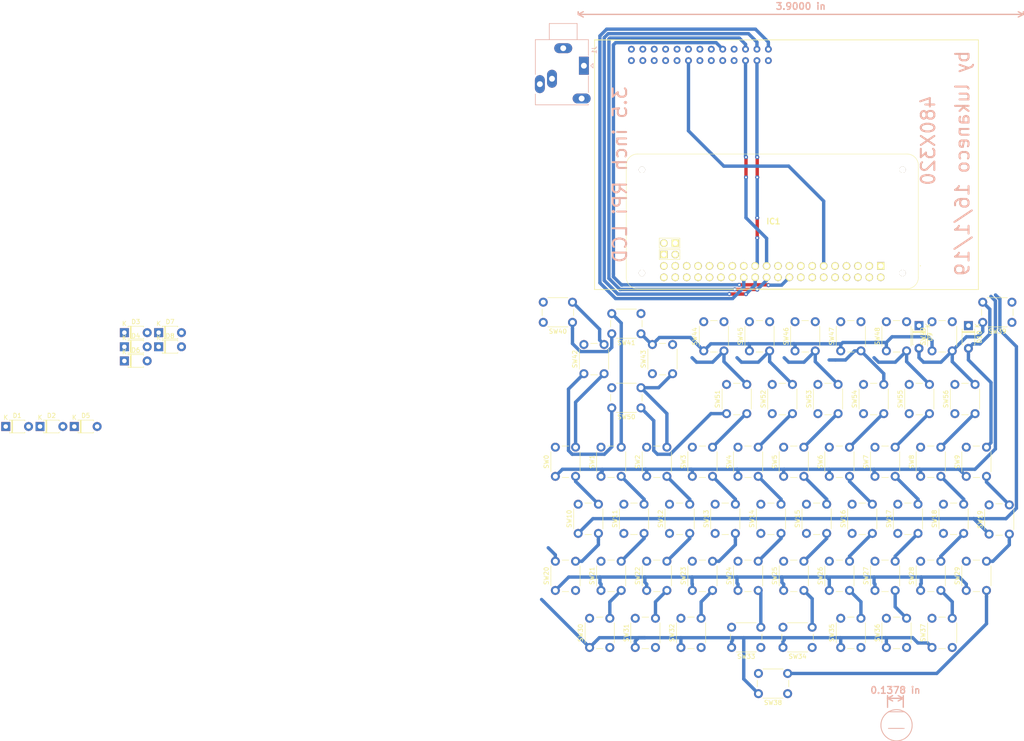
<source format=kicad_pcb>
(kicad_pcb (version 20171130) (host pcbnew "(5.0.2)-1")
  (layers (0 F.Cu signal) (31 B.Cu signal) (34 B.Paste user) (35 F.Paste user) (36 B.SilkS user) (37 F.SilkS user) (38 B.Mask user) (39 F.Mask user) (44 Edge.Cuts user))
  (net 0 "")
  (net 1 Col2)
  (net 2 Col3)
  (net 3 Col4)
  (net 4 Col5)
  (net 5 Col0)
  (net 6 Col1)
  (net 7 "Net-(DS1-Pad3)")
  (net 8 "Net-(DS1-Pad5)")
  (net 9 "Net-(DS1-Pad7)")
  (net 10 "Net-(DS1-Pad8)")
  (net 11 "Net-(DS1-Pad10)")
  (net 12 "Net-(DS1-Pad12)")
  (net 13 "Net-(DS1-Pad13)")
  (net 14 "Net-(DS1-Pad15)")
  (net 15 "Net-(DS1-Pad16)")
  (net 16 "Net-(J1-PadT)")
  (net 17 "Net-(J1-PadR)")
  (net 18 "Net-(J1-PadS)")
  (net 19 +3V3)
  (net 20 +5V)
  (net 21 GND)
  (net 22 TP_IRQ)
  (net 23 LCD_RS)
  (net 24 TP_SO)
  (net 25 RST)
  (net 26 LCD_SCK)
  (net 27 LCD_CS)
  (net 28 TP_CS)
  (net 29 Row0)
  (net 30 "Net-(D1-Pad2)")
  (net 31 "Net-(D2-Pad2)")
  (net 32 Row1)
  (net 33 Row2)
  (net 34 "Net-(D3-Pad2)")
  (net 35 "Net-(D4-Pad2)")
  (net 36 Row3)
  (net 37 Row4)
  (net 38 "Net-(D5-Pad2)")
  (net 39 Row5)
  (net 40 "Net-(D6-Pad2)")
  (net 41 "Net-(D7-Pad2)")
  (net 42 Row6)
  (net 43 "Net-(D8-Pad2)")
  (net 44 Row7)
  (net 45 Row8)
  (net 46 "Net-(D9-Pad2)")
  (net 47 "Net-(D10-Pad2)")
  (net 48 Row9)
  (net 49 "Net-(IC1-Pad7)")
  (net 50 "Net-(IC1-Pad8)")
  (net 51 "Net-(IC1-Pad10)")
  (net 52 "Net-(IC1-Pad12)")
  (net 53 "Net-(IC1-Pad13)")
  (net 54 "Net-(IC1-Pad15)")
  (net 55 "Net-(IC1-Pad16)")
  (net 56 "Net-(IC1-Pad19)")
  (net 57 "Net-(IC1-Pad27)")
  (net 58 "Net-(IC1-Pad28)")
  (net 59 "Net-(IC1-Pad29)")
  (net 60 "Net-(IC1-Pad30)")
  (net 61 "Net-(IC1-Pad31)")
  (net 62 "Net-(IC1-Pad32)")
  (net 63 "Net-(IC1-Pad33)")
  (net 64 "Net-(IC1-Pad34)")
  (net 65 "Net-(IC1-Pad35)")
  (net 66 "Net-(IC1-Pad36)")
  (net 67 "Net-(IC1-Pad37)")
  (net 68 "Net-(IC1-Pad38)")
  (net 69 "Net-(IC1-Pad39)")
  (net 70 "Net-(IC1-Pad40)")
  (net 71 "Net-(IC1-Pad41)")
  (net 72 "Net-(IC1-Pad42)")
  (net 73 "Net-(IC1-Pad43)")
  (net 74 "Net-(IC1-Pad44)")
  (net 75 SDA)
  (net 76 SDL)
  (module "pi zero:RASPBERRY_PI_ZERO_W" (layer F.Cu) (at 109.48 74.03 180)
    (fp_text reference IC1 (at 0 0 180) (layer F.SilkS) (effects (font (size 1.27 1.27) (thickness 0.254))))
    (fp_text value "Raspberry_Pi_Zero_W_(v1.3)" hide)
    (pad 1 thru_hole rect (at -23.885 -9.92 270) (size 1.665 1.665) (drill 1.11) (layers *.Cu *.Mask F.SilkS) (net 19 +3V3))
    (pad 2 thru_hole circle (at -23.885 -12.46 270) (size 1.665 1.665) (drill 1.11) (layers *.Cu *.Mask F.SilkS) (net 20 +5V))
    (pad 3 thru_hole circle (at -21.345 -9.92 270) (size 1.665 1.665) (drill 1.11) (layers *.Cu *.Mask F.SilkS) (net 75 SDA))
    (pad 4 thru_hole circle (at -21.345 -12.46 270) (size 1.665 1.665) (drill 1.11) (layers *.Cu *.Mask F.SilkS) (net 20 +5V))
    (pad 5 thru_hole circle (at -18.805 -9.92 270) (size 1.665 1.665) (drill 1.11) (layers *.Cu *.Mask F.SilkS) (net 76 SDL))
    (pad 6 thru_hole circle (at -18.805 -12.46 270) (size 1.665 1.665) (drill 1.11) (layers *.Cu *.Mask F.SilkS) (net 21 GND))
    (pad 7 thru_hole circle (at -16.265 -9.92 270) (size 1.665 1.665) (drill 1.11) (layers *.Cu *.Mask F.SilkS) (net 49 "Net-(IC1-Pad7)"))
    (pad 8 thru_hole circle (at -16.265 -12.46 270) (size 1.665 1.665) (drill 1.11) (layers *.Cu *.Mask F.SilkS) (net 50 "Net-(IC1-Pad8)"))
    (pad 9 thru_hole circle (at -13.725 -9.92 270) (size 1.665 1.665) (drill 1.11) (layers *.Cu *.Mask F.SilkS) (net 21 GND))
    (pad 10 thru_hole circle (at -13.725 -12.46 270) (size 1.665 1.665) (drill 1.11) (layers *.Cu *.Mask F.SilkS) (net 51 "Net-(IC1-Pad10)"))
    (pad 11 thru_hole circle (at -11.185 -9.92 270) (size 1.665 1.665) (drill 1.11) (layers *.Cu *.Mask F.SilkS) (net 22 TP_IRQ))
    (pad 12 thru_hole circle (at -11.185 -12.46 270) (size 1.665 1.665) (drill 1.11) (layers *.Cu *.Mask F.SilkS) (net 52 "Net-(IC1-Pad12)"))
    (pad 13 thru_hole circle (at -8.645 -9.92 270) (size 1.665 1.665) (drill 1.11) (layers *.Cu *.Mask F.SilkS) (net 53 "Net-(IC1-Pad13)"))
    (pad 14 thru_hole circle (at -8.645 -12.46 270) (size 1.665 1.665) (drill 1.11) (layers *.Cu *.Mask F.SilkS) (net 21 GND))
    (pad 15 thru_hole circle (at -6.105 -9.92 270) (size 1.665 1.665) (drill 1.11) (layers *.Cu *.Mask F.SilkS) (net 54 "Net-(IC1-Pad15)"))
    (pad 16 thru_hole circle (at -6.105 -12.46 270) (size 1.665 1.665) (drill 1.11) (layers *.Cu *.Mask F.SilkS) (net 55 "Net-(IC1-Pad16)"))
    (pad 17 thru_hole circle (at -3.565 -9.92 270) (size 1.665 1.665) (drill 1.11) (layers *.Cu *.Mask F.SilkS) (net 19 +3V3))
    (pad 18 thru_hole circle (at -3.565 -12.46 270) (size 1.665 1.665) (drill 1.11) (layers *.Cu *.Mask F.SilkS) (net 23 LCD_RS))
    (pad 19 thru_hole circle (at -1.025 -9.92 270) (size 1.665 1.665) (drill 1.11) (layers *.Cu *.Mask F.SilkS) (net 56 "Net-(IC1-Pad19)"))
    (pad 20 thru_hole circle (at -1.025 -12.46 270) (size 1.665 1.665) (drill 1.11) (layers *.Cu *.Mask F.SilkS) (net 21 GND))
    (pad 21 thru_hole circle (at 1.515 -9.92 270) (size 1.665 1.665) (drill 1.11) (layers *.Cu *.Mask F.SilkS) (net 24 TP_SO))
    (pad 22 thru_hole circle (at 1.515 -12.46 270) (size 1.665 1.665) (drill 1.11) (layers *.Cu *.Mask F.SilkS) (net 25 RST))
    (pad 23 thru_hole circle (at 4.055 -9.92 270) (size 1.665 1.665) (drill 1.11) (layers *.Cu *.Mask F.SilkS) (net 26 LCD_SCK))
    (pad 24 thru_hole circle (at 4.055 -12.46 270) (size 1.665 1.665) (drill 1.11) (layers *.Cu *.Mask F.SilkS) (net 27 LCD_CS))
    (pad 25 thru_hole circle (at 6.595 -9.92 270) (size 1.665 1.665) (drill 1.11) (layers *.Cu *.Mask F.SilkS) (net 21 GND))
    (pad 26 thru_hole circle (at 6.595 -12.46 270) (size 1.665 1.665) (drill 1.11) (layers *.Cu *.Mask F.SilkS) (net 28 TP_CS))
    (pad 27 thru_hole circle (at 9.135 -9.92 270) (size 1.665 1.665) (drill 1.11) (layers *.Cu *.Mask F.SilkS) (net 57 "Net-(IC1-Pad27)"))
    (pad 28 thru_hole circle (at 9.135 -12.46 270) (size 1.665 1.665) (drill 1.11) (layers *.Cu *.Mask F.SilkS) (net 58 "Net-(IC1-Pad28)"))
    (pad 29 thru_hole circle (at 11.675 -9.92 270) (size 1.665 1.665) (drill 1.11) (layers *.Cu *.Mask F.SilkS) (net 59 "Net-(IC1-Pad29)"))
    (pad 30 thru_hole circle (at 11.675 -12.46 270) (size 1.665 1.665) (drill 1.11) (layers *.Cu *.Mask F.SilkS) (net 60 "Net-(IC1-Pad30)"))
    (pad 31 thru_hole circle (at 14.215 -9.92 270) (size 1.665 1.665) (drill 1.11) (layers *.Cu *.Mask F.SilkS) (net 61 "Net-(IC1-Pad31)"))
    (pad 32 thru_hole circle (at 14.215 -12.46 270) (size 1.665 1.665) (drill 1.11) (layers *.Cu *.Mask F.SilkS) (net 62 "Net-(IC1-Pad32)"))
    (pad 33 thru_hole circle (at 16.755 -9.92 270) (size 1.665 1.665) (drill 1.11) (layers *.Cu *.Mask F.SilkS) (net 63 "Net-(IC1-Pad33)"))
    (pad 34 thru_hole circle (at 16.755 -12.46 270) (size 1.665 1.665) (drill 1.11) (layers *.Cu *.Mask F.SilkS) (net 64 "Net-(IC1-Pad34)"))
    (pad 35 thru_hole circle (at 19.295 -9.92 270) (size 1.665 1.665) (drill 1.11) (layers *.Cu *.Mask F.SilkS) (net 65 "Net-(IC1-Pad35)"))
    (pad 36 thru_hole circle (at 19.295 -12.46 270) (size 1.665 1.665) (drill 1.11) (layers *.Cu *.Mask F.SilkS) (net 66 "Net-(IC1-Pad36)"))
    (pad 37 thru_hole circle (at 21.835 -9.92 270) (size 1.665 1.665) (drill 1.11) (layers *.Cu *.Mask F.SilkS) (net 67 "Net-(IC1-Pad37)"))
    (pad 38 thru_hole circle (at 21.835 -12.46 270) (size 1.665 1.665) (drill 1.11) (layers *.Cu *.Mask F.SilkS) (net 68 "Net-(IC1-Pad38)"))
    (pad 39 thru_hole circle (at 24.375 -9.92 270) (size 1.665 1.665) (drill 1.11) (layers *.Cu *.Mask F.SilkS) (net 69 "Net-(IC1-Pad39)"))
    (pad 40 thru_hole circle (at 24.375 -12.46 270) (size 1.665 1.665) (drill 1.11) (layers *.Cu *.Mask F.SilkS) (net 70 "Net-(IC1-Pad40)"))
    (pad 41 thru_hole rect (at 24.375 -7.38 270) (size 1.665 1.665) (drill 1.11) (layers *.Cu *.Mask F.SilkS) (net 71 "Net-(IC1-Pad41)"))
    (pad 42 thru_hole circle (at 21.835 -7.38 270) (size 1.665 1.665) (drill 1.11) (layers *.Cu *.Mask F.SilkS) (net 72 "Net-(IC1-Pad42)"))
    (pad 43 thru_hole rect (at 21.835 -4.84 270) (size 1.665 1.665) (drill 1.11) (layers *.Cu *.Mask F.SilkS) (net 73 "Net-(IC1-Pad43)"))
    (pad 44 thru_hole circle (at 24.375 -4.84 270) (size 1.665 1.665) (drill 1.11) (layers *.Cu *.Mask F.SilkS) (net 74 "Net-(IC1-Pad44)"))
    (pad MH1 thru_hole circle (at -28.755 -11.5 270) (size 1.4 1.4) (drill 2.8) (layers *.Cu *.Mask F.SilkS))
    (pad MH2 thru_hole circle (at -28.755 11.5 270) (size 1.4 1.4) (drill 2.8) (layers *.Cu *.Mask F.SilkS))
    (pad MH3 thru_hole circle (at 29.245 11.5 270) (size 1.4 1.4) (drill 2.8) (layers *.Cu *.Mask F.SilkS))
    (pad MH4 thru_hole circle (at 29.245 -11.5 270) (size 1.4 1.4) (drill 2.8) (layers *.Cu *.Mask F.SilkS))
  )
  (module "35 display:3.5 inch RPi LCD" (layer B.Cu) (at 77.88 38.23)
    (fp_text reference DS1 hide)
    (fp_text value 3.5_Inch_RPI)
    (fp_text user "3.5 inch RPi LCD" (at -2.54 25.4 -90) (layer B.SilkS) (effects (font (size 3 3) (thickness 0.45)) (justify mirror)))
    (fp_text user 480X320 (at 66.04 17.78 -90) (layer B.SilkS) (effects (font (size 3 3) (thickness 0.45)) (justify mirror)))
    (fp_text user "by lukaneco 16/1/19" (at 73.66 22.86 -90) (layer B.SilkS) (effects (font (size 3 3) (thickness 0.45)) (justify mirror)))
    (pad 1 thru_hole circle (at 0 0) (size 1.524 1.524) (drill 0.762) (layers *.Cu *.Mask) (net 19 +3V3))
    (pad 2 thru_hole circle (at 0 -2.54) (size 1.524 1.524) (drill 0.762) (layers *.Cu *.Mask) (net 20 +5V))
    (pad 3 thru_hole circle (at 2.54 0) (size 1.524 1.524) (drill 0.762) (layers *.Cu *.Mask) (net 7 "Net-(DS1-Pad3)"))
    (pad 4 thru_hole circle (at 2.54 -2.54) (size 1.524 1.524) (drill 0.762) (layers *.Cu *.Mask) (net 20 +5V))
    (pad 5 thru_hole circle (at 5.08 0) (size 1.524 1.524) (drill 0.762) (layers *.Cu *.Mask) (net 8 "Net-(DS1-Pad5)"))
    (pad 6 thru_hole circle (at 5.08 -2.54) (size 1.524 1.524) (drill 0.762) (layers *.Cu *.Mask) (net 21 GND))
    (pad 7 thru_hole circle (at 7.62 0) (size 1.524 1.524) (drill 0.762) (layers *.Cu *.Mask) (net 9 "Net-(DS1-Pad7)"))
    (pad 8 thru_hole circle (at 7.62 -2.54) (size 1.524 1.524) (drill 0.762) (layers *.Cu *.Mask) (net 10 "Net-(DS1-Pad8)"))
    (pad 9 thru_hole circle (at 10.16 0) (size 1.524 1.524) (drill 0.762) (layers *.Cu *.Mask) (net 21 GND))
    (pad 10 thru_hole circle (at 10.16 -2.54) (size 1.524 1.524) (drill 0.762) (layers *.Cu *.Mask) (net 11 "Net-(DS1-Pad10)"))
    (pad 11 thru_hole circle (at 12.7 0) (size 1.524 1.524) (drill 0.762) (layers *.Cu *.Mask) (net 22 TP_IRQ))
    (pad 12 thru_hole circle (at 12.7 -2.54) (size 1.524 1.524) (drill 0.762) (layers *.Cu *.Mask) (net 12 "Net-(DS1-Pad12)"))
    (pad 13 thru_hole circle (at 15.24 0) (size 1.524 1.524) (drill 0.762) (layers *.Cu *.Mask) (net 13 "Net-(DS1-Pad13)"))
    (pad 14 thru_hole circle (at 15.24 -2.54) (size 1.524 1.524) (drill 0.762) (layers *.Cu *.Mask) (net 21 GND))
    (pad 15 thru_hole circle (at 17.78 0) (size 1.524 1.524) (drill 0.762) (layers *.Cu *.Mask) (net 14 "Net-(DS1-Pad15)"))
    (pad 16 thru_hole circle (at 17.78 -2.54) (size 1.524 1.524) (drill 0.762) (layers *.Cu *.Mask) (net 15 "Net-(DS1-Pad16)"))
    (pad 17 thru_hole circle (at 20.32 0) (size 1.524 1.524) (drill 0.762) (layers *.Cu *.Mask) (net 19 +3V3))
    (pad 18 thru_hole circle (at 20.32 -2.54) (size 1.524 1.524) (drill 0.762) (layers *.Cu *.Mask) (net 23 LCD_RS))
    (pad 19 thru_hole circle (at 22.86 0) (size 1.524 1.524) (drill 0.762) (layers *.Cu *.Mask))
    (pad 20 thru_hole circle (at 22.86 -2.54) (size 1.524 1.524) (drill 0.762) (layers *.Cu *.Mask) (net 21 GND))
    (pad 21 thru_hole circle (at 25.4 0) (size 1.524 1.524) (drill 0.762) (layers *.Cu *.Mask) (net 24 TP_SO))
    (pad 22 thru_hole circle (at 25.4 -2.54) (size 1.524 1.524) (drill 0.762) (layers *.Cu *.Mask) (net 25 RST))
    (pad 23 thru_hole circle (at 27.94 0) (size 1.524 1.524) (drill 0.762) (layers *.Cu *.Mask) (net 26 LCD_SCK))
    (pad 24 thru_hole circle (at 27.94 -2.54) (size 1.524 1.524) (drill 0.762) (layers *.Cu *.Mask) (net 27 LCD_CS))
    (pad 25 thru_hole circle (at 30.48 0) (size 1.524 1.524) (drill 0.762) (layers *.Cu *.Mask) (net 21 GND))
    (pad 26 thru_hole circle (at 30.48 -2.54) (size 1.524 1.524) (drill 0.762) (layers *.Cu *.Mask) (net 28 TP_CS))
  )
  (module Button_Switch_THT:SW_PUSH_6mm (layer F.Cu) (at 60.96 130.81 90)
    (fp_text reference SW0 (at 3.25 -2 90) (layer F.SilkS))
    (fp_text value SW_Push)
    (pad 2 thru_hole circle (at 0 4.5 180) (size 2 2) (drill 1.1) (layers *.Cu *.Mask) (net 30 "Net-(D1-Pad2)"))
    (pad 1 thru_hole circle (at 0 0 180) (size 2 2) (drill 1.1) (layers *.Cu *.Mask) (net 1 Col2))
    (pad 2 thru_hole circle (at 6.5 4.5 180) (size 2 2) (drill 1.1) (layers *.Cu *.Mask) (net 30 "Net-(D1-Pad2)"))
    (pad 1 thru_hole circle (at 6.5 0 180) (size 2 2) (drill 1.1) (layers *.Cu *.Mask) (net 1 Col2))
  )
  (module Button_Switch_THT:SW_PUSH_6mm (layer F.Cu) (at 71.12 130.81 90)
    (fp_text reference SW1 (at 3.25 -2 90) (layer F.SilkS))
    (fp_text value SW_Push)
    (pad 1 thru_hole circle (at 6.5 0 180) (size 2 2) (drill 1.1) (layers *.Cu *.Mask) (net 1 Col2))
    (pad 2 thru_hole circle (at 6.5 4.5 180) (size 2 2) (drill 1.1) (layers *.Cu *.Mask) (net 31 "Net-(D2-Pad2)"))
    (pad 1 thru_hole circle (at 0 0 180) (size 2 2) (drill 1.1) (layers *.Cu *.Mask) (net 1 Col2))
    (pad 2 thru_hole circle (at 0 4.5 180) (size 2 2) (drill 1.1) (layers *.Cu *.Mask) (net 31 "Net-(D2-Pad2)"))
  )
  (module Button_Switch_THT:SW_PUSH_6mm (layer F.Cu) (at 81.28 130.81 90)
    (fp_text reference SW2 (at 3.25 -2 90) (layer F.SilkS))
    (fp_text value SW_Push)
    (pad 2 thru_hole circle (at 0 4.5 180) (size 2 2) (drill 1.1) (layers *.Cu *.Mask) (net 34 "Net-(D3-Pad2)"))
    (pad 1 thru_hole circle (at 0 0 180) (size 2 2) (drill 1.1) (layers *.Cu *.Mask) (net 1 Col2))
    (pad 2 thru_hole circle (at 6.5 4.5 180) (size 2 2) (drill 1.1) (layers *.Cu *.Mask) (net 34 "Net-(D3-Pad2)"))
    (pad 1 thru_hole circle (at 6.5 0 180) (size 2 2) (drill 1.1) (layers *.Cu *.Mask) (net 1 Col2))
  )
  (module Button_Switch_THT:SW_PUSH_6mm (layer F.Cu) (at 91.44 130.81 90)
    (fp_text reference SW3 (at 3.25 -2 90) (layer F.SilkS))
    (fp_text value SW_Push)
    (pad 2 thru_hole circle (at 0 4.5 180) (size 2 2) (drill 1.1) (layers *.Cu *.Mask) (net 35 "Net-(D4-Pad2)"))
    (pad 1 thru_hole circle (at 0 0 180) (size 2 2) (drill 1.1) (layers *.Cu *.Mask) (net 1 Col2))
    (pad 2 thru_hole circle (at 6.5 4.5 180) (size 2 2) (drill 1.1) (layers *.Cu *.Mask) (net 35 "Net-(D4-Pad2)"))
    (pad 1 thru_hole circle (at 6.5 0 180) (size 2 2) (drill 1.1) (layers *.Cu *.Mask) (net 1 Col2))
  )
  (module Button_Switch_THT:SW_PUSH_6mm (layer F.Cu) (at 101.6 130.81 90)
    (fp_text reference SW4 (at 3.25 -2 90) (layer F.SilkS))
    (fp_text value SW_Push)
    (pad 1 thru_hole circle (at 6.5 0 180) (size 2 2) (drill 1.1) (layers *.Cu *.Mask) (net 1 Col2))
    (pad 2 thru_hole circle (at 6.5 4.5 180) (size 2 2) (drill 1.1) (layers *.Cu *.Mask) (net 38 "Net-(D5-Pad2)"))
    (pad 1 thru_hole circle (at 0 0 180) (size 2 2) (drill 1.1) (layers *.Cu *.Mask) (net 1 Col2))
    (pad 2 thru_hole circle (at 0 4.5 180) (size 2 2) (drill 1.1) (layers *.Cu *.Mask) (net 38 "Net-(D5-Pad2)"))
  )
  (module Button_Switch_THT:SW_PUSH_6mm (layer F.Cu) (at 111.76 130.81 90)
    (fp_text reference SW5 (at 3.25 -2 90) (layer F.SilkS))
    (fp_text value SW_Push)
    (pad 2 thru_hole circle (at 0 4.5 180) (size 2 2) (drill 1.1) (layers *.Cu *.Mask) (net 40 "Net-(D6-Pad2)"))
    (pad 1 thru_hole circle (at 0 0 180) (size 2 2) (drill 1.1) (layers *.Cu *.Mask) (net 1 Col2))
    (pad 2 thru_hole circle (at 6.5 4.5 180) (size 2 2) (drill 1.1) (layers *.Cu *.Mask) (net 40 "Net-(D6-Pad2)"))
    (pad 1 thru_hole circle (at 6.5 0 180) (size 2 2) (drill 1.1) (layers *.Cu *.Mask) (net 1 Col2))
  )
  (module Button_Switch_THT:SW_PUSH_6mm (layer F.Cu) (at 121.92 130.81 90)
    (fp_text reference SW6 (at 3.25 -2 90) (layer F.SilkS))
    (fp_text value SW_Push)
    (pad 2 thru_hole circle (at 0 4.5 180) (size 2 2) (drill 1.1) (layers *.Cu *.Mask) (net 41 "Net-(D7-Pad2)"))
    (pad 1 thru_hole circle (at 0 0 180) (size 2 2) (drill 1.1) (layers *.Cu *.Mask) (net 1 Col2))
    (pad 2 thru_hole circle (at 6.5 4.5 180) (size 2 2) (drill 1.1) (layers *.Cu *.Mask) (net 41 "Net-(D7-Pad2)"))
    (pad 1 thru_hole circle (at 6.5 0 180) (size 2 2) (drill 1.1) (layers *.Cu *.Mask) (net 1 Col2))
  )
  (module Button_Switch_THT:SW_PUSH_6mm (layer F.Cu) (at 132.08 130.81 90)
    (fp_text reference SW7 (at 3.25 -2 90) (layer F.SilkS))
    (fp_text value SW_Push)
    (pad 1 thru_hole circle (at 6.5 0 180) (size 2 2) (drill 1.1) (layers *.Cu *.Mask) (net 1 Col2))
    (pad 2 thru_hole circle (at 6.5 4.5 180) (size 2 2) (drill 1.1) (layers *.Cu *.Mask) (net 43 "Net-(D8-Pad2)"))
    (pad 1 thru_hole circle (at 0 0 180) (size 2 2) (drill 1.1) (layers *.Cu *.Mask) (net 1 Col2))
    (pad 2 thru_hole circle (at 0 4.5 180) (size 2 2) (drill 1.1) (layers *.Cu *.Mask) (net 43 "Net-(D8-Pad2)"))
  )
  (module Button_Switch_THT:SW_PUSH_6mm (layer F.Cu) (at 142.24 130.81 90)
    (fp_text reference SW8 (at 3.25 -2 90) (layer F.SilkS))
    (fp_text value SW_Push)
    (pad 1 thru_hole circle (at 6.5 0 180) (size 2 2) (drill 1.1) (layers *.Cu *.Mask) (net 1 Col2))
    (pad 2 thru_hole circle (at 6.5 4.5 180) (size 2 2) (drill 1.1) (layers *.Cu *.Mask) (net 46 "Net-(D9-Pad2)"))
    (pad 1 thru_hole circle (at 0 0 180) (size 2 2) (drill 1.1) (layers *.Cu *.Mask) (net 1 Col2))
    (pad 2 thru_hole circle (at 0 4.5 180) (size 2 2) (drill 1.1) (layers *.Cu *.Mask) (net 46 "Net-(D9-Pad2)"))
  )
  (module Button_Switch_THT:SW_PUSH_6mm (layer F.Cu) (at 152.4 130.81 90)
    (fp_text reference SW9 (at 3.25 -2 90) (layer F.SilkS))
    (fp_text value SW_Push)
    (pad 2 thru_hole circle (at 0 4.5 180) (size 2 2) (drill 1.1) (layers *.Cu *.Mask) (net 47 "Net-(D10-Pad2)"))
    (pad 1 thru_hole circle (at 0 0 180) (size 2 2) (drill 1.1) (layers *.Cu *.Mask) (net 1 Col2))
    (pad 2 thru_hole circle (at 6.5 4.5 180) (size 2 2) (drill 1.1) (layers *.Cu *.Mask) (net 47 "Net-(D10-Pad2)"))
    (pad 1 thru_hole circle (at 6.5 0 180) (size 2 2) (drill 1.1) (layers *.Cu *.Mask) (net 1 Col2))
  )
  (module Button_Switch_THT:SW_PUSH_6mm (layer F.Cu) (at 66.04 143.51 90)
    (fp_text reference SW10 (at 3.25 -2 90) (layer F.SilkS))
    (fp_text value SW_Push)
    (pad 1 thru_hole circle (at 6.5 0 180) (size 2 2) (drill 1.1) (layers *.Cu *.Mask) (net 2 Col3))
    (pad 2 thru_hole circle (at 6.5 4.5 180) (size 2 2) (drill 1.1) (layers *.Cu *.Mask) (net 30 "Net-(D1-Pad2)"))
    (pad 1 thru_hole circle (at 0 0 180) (size 2 2) (drill 1.1) (layers *.Cu *.Mask) (net 2 Col3))
    (pad 2 thru_hole circle (at 0 4.5 180) (size 2 2) (drill 1.1) (layers *.Cu *.Mask) (net 30 "Net-(D1-Pad2)"))
  )
  (module Button_Switch_THT:SW_PUSH_6mm (layer F.Cu) (at 76.2 143.51 90)
    (fp_text reference SW11 (at 3.25 -2 90) (layer F.SilkS))
    (fp_text value SW_Push)
    (pad 2 thru_hole circle (at 0 4.5 180) (size 2 2) (drill 1.1) (layers *.Cu *.Mask) (net 31 "Net-(D2-Pad2)"))
    (pad 1 thru_hole circle (at 0 0 180) (size 2 2) (drill 1.1) (layers *.Cu *.Mask) (net 2 Col3))
    (pad 2 thru_hole circle (at 6.5 4.5 180) (size 2 2) (drill 1.1) (layers *.Cu *.Mask) (net 31 "Net-(D2-Pad2)"))
    (pad 1 thru_hole circle (at 6.5 0 180) (size 2 2) (drill 1.1) (layers *.Cu *.Mask) (net 2 Col3))
  )
  (module Button_Switch_THT:SW_PUSH_6mm (layer F.Cu) (at 86.36 143.51 90)
    (fp_text reference SW12 (at 3.25 -2 90) (layer F.SilkS))
    (fp_text value SW_Push)
    (pad 1 thru_hole circle (at 6.5 0 180) (size 2 2) (drill 1.1) (layers *.Cu *.Mask) (net 2 Col3))
    (pad 2 thru_hole circle (at 6.5 4.5 180) (size 2 2) (drill 1.1) (layers *.Cu *.Mask) (net 34 "Net-(D3-Pad2)"))
    (pad 1 thru_hole circle (at 0 0 180) (size 2 2) (drill 1.1) (layers *.Cu *.Mask) (net 2 Col3))
    (pad 2 thru_hole circle (at 0 4.5 180) (size 2 2) (drill 1.1) (layers *.Cu *.Mask) (net 34 "Net-(D3-Pad2)"))
  )
  (module Button_Switch_THT:SW_PUSH_6mm (layer F.Cu) (at 96.52 143.51 90)
    (fp_text reference SW13 (at 3.25 -2 90) (layer F.SilkS))
    (fp_text value SW_Push)
    (pad 1 thru_hole circle (at 6.5 0 180) (size 2 2) (drill 1.1) (layers *.Cu *.Mask) (net 2 Col3))
    (pad 2 thru_hole circle (at 6.5 4.5 180) (size 2 2) (drill 1.1) (layers *.Cu *.Mask) (net 35 "Net-(D4-Pad2)"))
    (pad 1 thru_hole circle (at 0 0 180) (size 2 2) (drill 1.1) (layers *.Cu *.Mask) (net 2 Col3))
    (pad 2 thru_hole circle (at 0 4.5 180) (size 2 2) (drill 1.1) (layers *.Cu *.Mask) (net 35 "Net-(D4-Pad2)"))
  )
  (module Button_Switch_THT:SW_PUSH_6mm (layer F.Cu) (at 106.68 143.51 90)
    (fp_text reference SW14 (at 3.25 -2 90) (layer F.SilkS))
    (fp_text value SW_Push)
    (pad 2 thru_hole circle (at 0 4.5 180) (size 2 2) (drill 1.1) (layers *.Cu *.Mask) (net 38 "Net-(D5-Pad2)"))
    (pad 1 thru_hole circle (at 0 0 180) (size 2 2) (drill 1.1) (layers *.Cu *.Mask) (net 2 Col3))
    (pad 2 thru_hole circle (at 6.5 4.5 180) (size 2 2) (drill 1.1) (layers *.Cu *.Mask) (net 38 "Net-(D5-Pad2)"))
    (pad 1 thru_hole circle (at 6.5 0 180) (size 2 2) (drill 1.1) (layers *.Cu *.Mask) (net 2 Col3))
  )
  (module Button_Switch_THT:SW_PUSH_6mm (layer F.Cu) (at 116.84 143.51 90)
    (fp_text reference SW15 (at 3.25 -2 90) (layer F.SilkS))
    (fp_text value SW_Push)
    (pad 2 thru_hole circle (at 0 4.5 180) (size 2 2) (drill 1.1) (layers *.Cu *.Mask) (net 40 "Net-(D6-Pad2)"))
    (pad 1 thru_hole circle (at 0 0 180) (size 2 2) (drill 1.1) (layers *.Cu *.Mask) (net 2 Col3))
    (pad 2 thru_hole circle (at 6.5 4.5 180) (size 2 2) (drill 1.1) (layers *.Cu *.Mask) (net 40 "Net-(D6-Pad2)"))
    (pad 1 thru_hole circle (at 6.5 0 180) (size 2 2) (drill 1.1) (layers *.Cu *.Mask) (net 2 Col3))
  )
  (module Button_Switch_THT:SW_PUSH_6mm (layer F.Cu) (at 127 143.51 90)
    (fp_text reference SW16 (at 3.25 -2 90) (layer F.SilkS))
    (fp_text value SW_Push)
    (pad 1 thru_hole circle (at 6.5 0 180) (size 2 2) (drill 1.1) (layers *.Cu *.Mask) (net 2 Col3))
    (pad 2 thru_hole circle (at 6.5 4.5 180) (size 2 2) (drill 1.1) (layers *.Cu *.Mask) (net 41 "Net-(D7-Pad2)"))
    (pad 1 thru_hole circle (at 0 0 180) (size 2 2) (drill 1.1) (layers *.Cu *.Mask) (net 2 Col3))
    (pad 2 thru_hole circle (at 0 4.5 180) (size 2 2) (drill 1.1) (layers *.Cu *.Mask) (net 41 "Net-(D7-Pad2)"))
  )
  (module Button_Switch_THT:SW_PUSH_6mm (layer F.Cu) (at 137.16 143.51 90)
    (fp_text reference SW17 (at 3.25 -2 90) (layer F.SilkS))
    (fp_text value SW_Push)
    (pad 2 thru_hole circle (at 0 4.5 180) (size 2 2) (drill 1.1) (layers *.Cu *.Mask) (net 43 "Net-(D8-Pad2)"))
    (pad 1 thru_hole circle (at 0 0 180) (size 2 2) (drill 1.1) (layers *.Cu *.Mask) (net 2 Col3))
    (pad 2 thru_hole circle (at 6.5 4.5 180) (size 2 2) (drill 1.1) (layers *.Cu *.Mask) (net 43 "Net-(D8-Pad2)"))
    (pad 1 thru_hole circle (at 6.5 0 180) (size 2 2) (drill 1.1) (layers *.Cu *.Mask) (net 2 Col3))
  )
  (module Button_Switch_THT:SW_PUSH_6mm (layer F.Cu) (at 147.32 143.51 90)
    (fp_text reference SW18 (at 3.25 -2 90) (layer F.SilkS))
    (fp_text value SW_Push)
    (pad 1 thru_hole circle (at 6.5 0 180) (size 2 2) (drill 1.1) (layers *.Cu *.Mask) (net 2 Col3))
    (pad 2 thru_hole circle (at 6.5 4.5 180) (size 2 2) (drill 1.1) (layers *.Cu *.Mask) (net 46 "Net-(D9-Pad2)"))
    (pad 1 thru_hole circle (at 0 0 180) (size 2 2) (drill 1.1) (layers *.Cu *.Mask) (net 2 Col3))
    (pad 2 thru_hole circle (at 0 4.5 180) (size 2 2) (drill 1.1) (layers *.Cu *.Mask) (net 46 "Net-(D9-Pad2)"))
  )
  (module Button_Switch_THT:SW_PUSH_6mm (layer F.Cu) (at 157.48 143.66 90)
    (fp_text reference SW19 (at 3.25 -2 90) (layer F.SilkS))
    (fp_text value SW_Push)
    (pad 1 thru_hole circle (at 6.5 0 180) (size 2 2) (drill 1.1) (layers *.Cu *.Mask) (net 2 Col3))
    (pad 2 thru_hole circle (at 6.5 4.5 180) (size 2 2) (drill 1.1) (layers *.Cu *.Mask) (net 47 "Net-(D10-Pad2)"))
    (pad 1 thru_hole circle (at 0 0 180) (size 2 2) (drill 1.1) (layers *.Cu *.Mask) (net 2 Col3))
    (pad 2 thru_hole circle (at 0 4.5 180) (size 2 2) (drill 1.1) (layers *.Cu *.Mask) (net 47 "Net-(D10-Pad2)"))
  )
  (module Button_Switch_THT:SW_PUSH_6mm (layer F.Cu) (at 60.96 156.21 90)
    (fp_text reference SW20 (at 3.25 -2 90) (layer F.SilkS))
    (fp_text value SW_Push)
    (pad 2 thru_hole circle (at 0 4.5 180) (size 2 2) (drill 1.1) (layers *.Cu *.Mask) (net 30 "Net-(D1-Pad2)"))
    (pad 1 thru_hole circle (at 0 0 180) (size 2 2) (drill 1.1) (layers *.Cu *.Mask) (net 3 Col4))
    (pad 2 thru_hole circle (at 6.5 4.5 180) (size 2 2) (drill 1.1) (layers *.Cu *.Mask) (net 30 "Net-(D1-Pad2)"))
    (pad 1 thru_hole circle (at 6.5 0 180) (size 2 2) (drill 1.1) (layers *.Cu *.Mask) (net 3 Col4))
  )
  (module Button_Switch_THT:SW_PUSH_6mm (layer F.Cu) (at 71.12 156.21 90)
    (fp_text reference SW21 (at 3.25 -2 90) (layer F.SilkS))
    (fp_text value SW_Push)
    (pad 1 thru_hole circle (at 6.5 0 180) (size 2 2) (drill 1.1) (layers *.Cu *.Mask) (net 3 Col4))
    (pad 2 thru_hole circle (at 6.5 4.5 180) (size 2 2) (drill 1.1) (layers *.Cu *.Mask) (net 31 "Net-(D2-Pad2)"))
    (pad 1 thru_hole circle (at 0 0 180) (size 2 2) (drill 1.1) (layers *.Cu *.Mask) (net 3 Col4))
    (pad 2 thru_hole circle (at 0 4.5 180) (size 2 2) (drill 1.1) (layers *.Cu *.Mask) (net 31 "Net-(D2-Pad2)"))
  )
  (module Button_Switch_THT:SW_PUSH_6mm (layer F.Cu) (at 81.28 156.21 90)
    (fp_text reference SW22 (at 3.25 -2 90) (layer F.SilkS))
    (fp_text value SW_Push)
    (pad 2 thru_hole circle (at 0 4.5 180) (size 2 2) (drill 1.1) (layers *.Cu *.Mask) (net 34 "Net-(D3-Pad2)"))
    (pad 1 thru_hole circle (at 0 0 180) (size 2 2) (drill 1.1) (layers *.Cu *.Mask) (net 3 Col4))
    (pad 2 thru_hole circle (at 6.5 4.5 180) (size 2 2) (drill 1.1) (layers *.Cu *.Mask) (net 34 "Net-(D3-Pad2)"))
    (pad 1 thru_hole circle (at 6.5 0 180) (size 2 2) (drill 1.1) (layers *.Cu *.Mask) (net 3 Col4))
  )
  (module Button_Switch_THT:SW_PUSH_6mm (layer F.Cu) (at 91.44 156.21 90)
    (fp_text reference SW23 (at 3.25 -2 90) (layer F.SilkS))
    (fp_text value SW_Push)
    (pad 2 thru_hole circle (at 0 4.5 180) (size 2 2) (drill 1.1) (layers *.Cu *.Mask) (net 35 "Net-(D4-Pad2)"))
    (pad 1 thru_hole circle (at 0 0 180) (size 2 2) (drill 1.1) (layers *.Cu *.Mask) (net 3 Col4))
    (pad 2 thru_hole circle (at 6.5 4.5 180) (size 2 2) (drill 1.1) (layers *.Cu *.Mask) (net 35 "Net-(D4-Pad2)"))
    (pad 1 thru_hole circle (at 6.5 0 180) (size 2 2) (drill 1.1) (layers *.Cu *.Mask) (net 3 Col4))
  )
  (module Button_Switch_THT:SW_PUSH_6mm (layer F.Cu) (at 101.6 156.21 90)
    (fp_text reference SW24 (at 3.25 -2 90) (layer F.SilkS))
    (fp_text value SW_Push)
    (pad 2 thru_hole circle (at 0 4.5 180) (size 2 2) (drill 1.1) (layers *.Cu *.Mask) (net 38 "Net-(D5-Pad2)"))
    (pad 1 thru_hole circle (at 0 0 180) (size 2 2) (drill 1.1) (layers *.Cu *.Mask) (net 3 Col4))
    (pad 2 thru_hole circle (at 6.5 4.5 180) (size 2 2) (drill 1.1) (layers *.Cu *.Mask) (net 38 "Net-(D5-Pad2)"))
    (pad 1 thru_hole circle (at 6.5 0 180) (size 2 2) (drill 1.1) (layers *.Cu *.Mask) (net 3 Col4))
  )
  (module Button_Switch_THT:SW_PUSH_6mm (layer F.Cu) (at 111.76 156.21 90)
    (fp_text reference SW25 (at 3.25 -2 90) (layer F.SilkS))
    (fp_text value SW_Push)
    (pad 1 thru_hole circle (at 6.5 0 180) (size 2 2) (drill 1.1) (layers *.Cu *.Mask) (net 3 Col4))
    (pad 2 thru_hole circle (at 6.5 4.5 180) (size 2 2) (drill 1.1) (layers *.Cu *.Mask) (net 40 "Net-(D6-Pad2)"))
    (pad 1 thru_hole circle (at 0 0 180) (size 2 2) (drill 1.1) (layers *.Cu *.Mask) (net 3 Col4))
    (pad 2 thru_hole circle (at 0 4.5 180) (size 2 2) (drill 1.1) (layers *.Cu *.Mask) (net 40 "Net-(D6-Pad2)"))
  )
  (module Button_Switch_THT:SW_PUSH_6mm (layer F.Cu) (at 121.92 156.21 90)
    (fp_text reference SW26 (at 3.25 -2 90) (layer F.SilkS))
    (fp_text value SW_Push)
    (pad 2 thru_hole circle (at 0 4.5 180) (size 2 2) (drill 1.1) (layers *.Cu *.Mask) (net 41 "Net-(D7-Pad2)"))
    (pad 1 thru_hole circle (at 0 0 180) (size 2 2) (drill 1.1) (layers *.Cu *.Mask) (net 3 Col4))
    (pad 2 thru_hole circle (at 6.5 4.5 180) (size 2 2) (drill 1.1) (layers *.Cu *.Mask) (net 41 "Net-(D7-Pad2)"))
    (pad 1 thru_hole circle (at 6.5 0 180) (size 2 2) (drill 1.1) (layers *.Cu *.Mask) (net 3 Col4))
  )
  (module Button_Switch_THT:SW_PUSH_6mm (layer F.Cu) (at 132.08 156.21 90)
    (fp_text reference SW27 (at 3.25 -2 90) (layer F.SilkS))
    (fp_text value SW_Push)
    (pad 1 thru_hole circle (at 6.5 0 180) (size 2 2) (drill 1.1) (layers *.Cu *.Mask) (net 3 Col4))
    (pad 2 thru_hole circle (at 6.5 4.5 180) (size 2 2) (drill 1.1) (layers *.Cu *.Mask) (net 43 "Net-(D8-Pad2)"))
    (pad 1 thru_hole circle (at 0 0 180) (size 2 2) (drill 1.1) (layers *.Cu *.Mask) (net 3 Col4))
    (pad 2 thru_hole circle (at 0 4.5 180) (size 2 2) (drill 1.1) (layers *.Cu *.Mask) (net 43 "Net-(D8-Pad2)"))
  )
  (module Button_Switch_THT:SW_PUSH_6mm (layer F.Cu) (at 142.24 156.21 90)
    (fp_text reference SW28 (at 3.25 -2 90) (layer F.SilkS))
    (fp_text value SW_Push)
    (pad 2 thru_hole circle (at 0 4.5 180) (size 2 2) (drill 1.1) (layers *.Cu *.Mask) (net 46 "Net-(D9-Pad2)"))
    (pad 1 thru_hole circle (at 0 0 180) (size 2 2) (drill 1.1) (layers *.Cu *.Mask) (net 3 Col4))
    (pad 2 thru_hole circle (at 6.5 4.5 180) (size 2 2) (drill 1.1) (layers *.Cu *.Mask) (net 46 "Net-(D9-Pad2)"))
    (pad 1 thru_hole circle (at 6.5 0 180) (size 2 2) (drill 1.1) (layers *.Cu *.Mask) (net 3 Col4))
  )
  (module Button_Switch_THT:SW_PUSH_6mm (layer F.Cu) (at 152.4 156.21 90)
    (fp_text reference SW29 (at 3.25 -2 90) (layer F.SilkS))
    (fp_text value SW_Push)
    (pad 1 thru_hole circle (at 6.5 0 180) (size 2 2) (drill 1.1) (layers *.Cu *.Mask) (net 3 Col4))
    (pad 2 thru_hole circle (at 6.5 4.5 180) (size 2 2) (drill 1.1) (layers *.Cu *.Mask) (net 47 "Net-(D10-Pad2)"))
    (pad 1 thru_hole circle (at 0 0 180) (size 2 2) (drill 1.1) (layers *.Cu *.Mask) (net 3 Col4))
    (pad 2 thru_hole circle (at 0 4.5 180) (size 2 2) (drill 1.1) (layers *.Cu *.Mask) (net 47 "Net-(D10-Pad2)"))
  )
  (module Button_Switch_THT:SW_PUSH_6mm (layer F.Cu) (at 68.58 168.91 90)
    (fp_text reference SW30 (at 3.25 -2 90) (layer F.SilkS))
    (fp_text value SW_Push)
    (pad 1 thru_hole circle (at 6.5 0 180) (size 2 2) (drill 1.1) (layers *.Cu *.Mask) (net 4 Col5))
    (pad 2 thru_hole circle (at 6.5 4.5 180) (size 2 2) (drill 1.1) (layers *.Cu *.Mask) (net 31 "Net-(D2-Pad2)"))
    (pad 1 thru_hole circle (at 0 0 180) (size 2 2) (drill 1.1) (layers *.Cu *.Mask) (net 4 Col5))
    (pad 2 thru_hole circle (at 0 4.5 180) (size 2 2) (drill 1.1) (layers *.Cu *.Mask) (net 31 "Net-(D2-Pad2)"))
  )
  (module Button_Switch_THT:SW_PUSH_6mm (layer F.Cu) (at 78.74 168.91 90)
    (fp_text reference SW31 (at 3.25 -2 90) (layer F.SilkS))
    (fp_text value SW_Push)
    (pad 2 thru_hole circle (at 0 4.5 180) (size 2 2) (drill 1.1) (layers *.Cu *.Mask) (net 34 "Net-(D3-Pad2)"))
    (pad 1 thru_hole circle (at 0 0 180) (size 2 2) (drill 1.1) (layers *.Cu *.Mask) (net 4 Col5))
    (pad 2 thru_hole circle (at 6.5 4.5 180) (size 2 2) (drill 1.1) (layers *.Cu *.Mask) (net 34 "Net-(D3-Pad2)"))
    (pad 1 thru_hole circle (at 6.5 0 180) (size 2 2) (drill 1.1) (layers *.Cu *.Mask) (net 4 Col5))
  )
  (module Button_Switch_THT:SW_PUSH_6mm (layer F.Cu) (at 88.9 168.91 90)
    (fp_text reference SW32 (at 3.25 -2 90) (layer F.SilkS))
    (fp_text value SW_Push)
    (pad 1 thru_hole circle (at 6.5 0 180) (size 2 2) (drill 1.1) (layers *.Cu *.Mask) (net 4 Col5))
    (pad 2 thru_hole circle (at 6.5 4.5 180) (size 2 2) (drill 1.1) (layers *.Cu *.Mask) (net 35 "Net-(D4-Pad2)"))
    (pad 1 thru_hole circle (at 0 0 180) (size 2 2) (drill 1.1) (layers *.Cu *.Mask) (net 4 Col5))
    (pad 2 thru_hole circle (at 0 4.5 180) (size 2 2) (drill 1.1) (layers *.Cu *.Mask) (net 35 "Net-(D4-Pad2)"))
  )
  (module Button_Switch_THT:SW_PUSH_6mm (layer F.Cu) (at 106.68 168.91 180)
    (fp_text reference SW33 (at 3.25 -2 180) (layer F.SilkS))
    (fp_text value SW_Push)
    (pad 2 thru_hole circle (at 0 4.5 270) (size 2 2) (drill 1.1) (layers *.Cu *.Mask) (net 38 "Net-(D5-Pad2)"))
    (pad 1 thru_hole circle (at 0 0 270) (size 2 2) (drill 1.1) (layers *.Cu *.Mask) (net 4 Col5))
    (pad 2 thru_hole circle (at 6.5 4.5 270) (size 2 2) (drill 1.1) (layers *.Cu *.Mask) (net 38 "Net-(D5-Pad2)"))
    (pad 1 thru_hole circle (at 6.5 0 270) (size 2 2) (drill 1.1) (layers *.Cu *.Mask) (net 4 Col5))
  )
  (module Button_Switch_THT:SW_PUSH_6mm (layer F.Cu) (at 118.11 168.91 180)
    (fp_text reference SW34 (at 3.25 -2 180) (layer F.SilkS))
    (fp_text value SW_Push)
    (pad 2 thru_hole circle (at 0 4.5 270) (size 2 2) (drill 1.1) (layers *.Cu *.Mask) (net 40 "Net-(D6-Pad2)"))
    (pad 1 thru_hole circle (at 0 0 270) (size 2 2) (drill 1.1) (layers *.Cu *.Mask) (net 4 Col5))
    (pad 2 thru_hole circle (at 6.5 4.5 270) (size 2 2) (drill 1.1) (layers *.Cu *.Mask) (net 40 "Net-(D6-Pad2)"))
    (pad 1 thru_hole circle (at 6.5 0 270) (size 2 2) (drill 1.1) (layers *.Cu *.Mask) (net 4 Col5))
  )
  (module Button_Switch_THT:SW_PUSH_6mm (layer F.Cu) (at 124.46 168.91 90)
    (fp_text reference SW35 (at 3.25 -2 90) (layer F.SilkS))
    (fp_text value SW_Push)
    (pad 2 thru_hole circle (at 0 4.5 180) (size 2 2) (drill 1.1) (layers *.Cu *.Mask) (net 41 "Net-(D7-Pad2)"))
    (pad 1 thru_hole circle (at 0 0 180) (size 2 2) (drill 1.1) (layers *.Cu *.Mask) (net 4 Col5))
    (pad 2 thru_hole circle (at 6.5 4.5 180) (size 2 2) (drill 1.1) (layers *.Cu *.Mask) (net 41 "Net-(D7-Pad2)"))
    (pad 1 thru_hole circle (at 6.5 0 180) (size 2 2) (drill 1.1) (layers *.Cu *.Mask) (net 4 Col5))
  )
  (module Button_Switch_THT:SW_PUSH_6mm (layer F.Cu) (at 134.62 168.91 90)
    (fp_text reference SW36 (at 3.25 -2 90) (layer F.SilkS))
    (fp_text value SW_Push)
    (pad 2 thru_hole circle (at 0 4.5 180) (size 2 2) (drill 1.1) (layers *.Cu *.Mask) (net 43 "Net-(D8-Pad2)"))
    (pad 1 thru_hole circle (at 0 0 180) (size 2 2) (drill 1.1) (layers *.Cu *.Mask) (net 4 Col5))
    (pad 2 thru_hole circle (at 6.5 4.5 180) (size 2 2) (drill 1.1) (layers *.Cu *.Mask) (net 43 "Net-(D8-Pad2)"))
    (pad 1 thru_hole circle (at 6.5 0 180) (size 2 2) (drill 1.1) (layers *.Cu *.Mask) (net 4 Col5))
  )
  (module Button_Switch_THT:SW_PUSH_6mm (layer F.Cu) (at 144.78 168.91 90)
    (fp_text reference SW37 (at 3.25 -2 90) (layer F.SilkS))
    (fp_text value SW_Push)
    (pad 1 thru_hole circle (at 6.5 0 180) (size 2 2) (drill 1.1) (layers *.Cu *.Mask) (net 4 Col5))
    (pad 2 thru_hole circle (at 6.5 4.5 180) (size 2 2) (drill 1.1) (layers *.Cu *.Mask) (net 46 "Net-(D9-Pad2)"))
    (pad 1 thru_hole circle (at 0 0 180) (size 2 2) (drill 1.1) (layers *.Cu *.Mask) (net 4 Col5))
    (pad 2 thru_hole circle (at 0 4.5 180) (size 2 2) (drill 1.1) (layers *.Cu *.Mask) (net 46 "Net-(D9-Pad2)"))
  )
  (module Button_Switch_THT:SW_PUSH_6mm (layer F.Cu) (at 112.649 179.197 180)
    (fp_text reference SW38 (at 3.25 -2 180) (layer F.SilkS))
    (fp_text value SW_Push)
    (pad 2 thru_hole circle (at 0 4.5 270) (size 2 2) (drill 1.1) (layers *.Cu *.Mask) (net 47 "Net-(D10-Pad2)"))
    (pad 1 thru_hole circle (at 0 0 270) (size 2 2) (drill 1.1) (layers *.Cu *.Mask) (net 4 Col5))
    (pad 2 thru_hole circle (at 6.5 4.5 270) (size 2 2) (drill 1.1) (layers *.Cu *.Mask) (net 47 "Net-(D10-Pad2)"))
    (pad 1 thru_hole circle (at 6.5 0 270) (size 2 2) (drill 1.1) (layers *.Cu *.Mask) (net 4 Col5))
  )
  (module Button_Switch_THT:SW_PUSH_6mm (layer F.Cu) (at 162.56 96.52 180)
    (fp_text reference SW39 (at 3.25 -2 180) (layer F.SilkS))
    (fp_text value SW_Push)
    (pad 1 thru_hole circle (at 6.5 0 270) (size 2 2) (drill 1.1) (layers *.Cu *.Mask) (net 46 "Net-(D9-Pad2)"))
    (pad 2 thru_hole circle (at 6.5 4.5 270) (size 2 2) (drill 1.1) (layers *.Cu *.Mask) (net 47 "Net-(D10-Pad2)"))
    (pad 1 thru_hole circle (at 0 0 270) (size 2 2) (drill 1.1) (layers *.Cu *.Mask) (net 46 "Net-(D9-Pad2)"))
    (pad 2 thru_hole circle (at 0 4.5 270) (size 2 2) (drill 1.1) (layers *.Cu *.Mask) (net 47 "Net-(D10-Pad2)"))
  )
  (module Button_Switch_THT:SW_PUSH_6mm (layer F.Cu) (at 64.77 96.52 180)
    (fp_text reference SW40 (at 3.25 -2 180) (layer F.SilkS))
    (fp_text value SW_Push)
    (pad 1 thru_hole circle (at 6.5 0 270) (size 2 2) (drill 1.1) (layers *.Cu *.Mask) (net 5 Col0))
    (pad 2 thru_hole circle (at 6.5 4.5 270) (size 2 2) (drill 1.1) (layers *.Cu *.Mask) (net 30 "Net-(D1-Pad2)"))
    (pad 1 thru_hole circle (at 0 0 270) (size 2 2) (drill 1.1) (layers *.Cu *.Mask) (net 5 Col0))
    (pad 2 thru_hole circle (at 0 4.5 270) (size 2 2) (drill 1.1) (layers *.Cu *.Mask) (net 30 "Net-(D1-Pad2)"))
  )
  (module Button_Switch_THT:SW_PUSH_6mm (layer F.Cu) (at 80.01 99.06 180)
    (fp_text reference SW41 (at 3.25 -2 180) (layer F.SilkS))
    (fp_text value SW_Push)
    (pad 1 thru_hole circle (at 6.5 0 270) (size 2 2) (drill 1.1) (layers *.Cu *.Mask) (net 5 Col0))
    (pad 2 thru_hole circle (at 6.5 4.5 270) (size 2 2) (drill 1.1) (layers *.Cu *.Mask) (net 31 "Net-(D2-Pad2)"))
    (pad 1 thru_hole circle (at 0 0 270) (size 2 2) (drill 1.1) (layers *.Cu *.Mask) (net 5 Col0))
    (pad 2 thru_hole circle (at 0 4.5 270) (size 2 2) (drill 1.1) (layers *.Cu *.Mask) (net 31 "Net-(D2-Pad2)"))
  )
  (module Button_Switch_THT:SW_PUSH_6mm (layer F.Cu) (at 67.31 107.95 90)
    (fp_text reference SW42 (at 3.25 -2 90) (layer F.SilkS))
    (fp_text value SW_Push)
    (pad 1 thru_hole circle (at 6.5 0 180) (size 2 2) (drill 1.1) (layers *.Cu *.Mask) (net 6 Col1))
    (pad 2 thru_hole circle (at 6.5 4.5 180) (size 2 2) (drill 1.1) (layers *.Cu *.Mask) (net 30 "Net-(D1-Pad2)"))
    (pad 1 thru_hole circle (at 0 0 180) (size 2 2) (drill 1.1) (layers *.Cu *.Mask) (net 6 Col1))
    (pad 2 thru_hole circle (at 0 4.5 180) (size 2 2) (drill 1.1) (layers *.Cu *.Mask) (net 30 "Net-(D1-Pad2)"))
  )
  (module Button_Switch_THT:SW_PUSH_6mm (layer F.Cu) (at 82.55 107.95 90)
    (fp_text reference SW43 (at 3.25 -2 90) (layer F.SilkS))
    (fp_text value SW_Push)
    (pad 2 thru_hole circle (at 0 4.5 180) (size 2 2) (drill 1.1) (layers *.Cu *.Mask) (net 34 "Net-(D3-Pad2)"))
    (pad 1 thru_hole circle (at 0 0 180) (size 2 2) (drill 1.1) (layers *.Cu *.Mask) (net 5 Col0))
    (pad 2 thru_hole circle (at 6.5 4.5 180) (size 2 2) (drill 1.1) (layers *.Cu *.Mask) (net 34 "Net-(D3-Pad2)"))
    (pad 1 thru_hole circle (at 6.5 0 180) (size 2 2) (drill 1.1) (layers *.Cu *.Mask) (net 5 Col0))
  )
  (module Button_Switch_THT:SW_PUSH_6mm (layer F.Cu) (at 93.98 102.87 90)
    (fp_text reference SW44 (at 3.25 -2 90) (layer F.SilkS))
    (fp_text value SW_Push)
    (pad 1 thru_hole circle (at 6.5 0 180) (size 2 2) (drill 1.1) (layers *.Cu *.Mask) (net 5 Col0))
    (pad 2 thru_hole circle (at 6.5 4.5 180) (size 2 2) (drill 1.1) (layers *.Cu *.Mask) (net 35 "Net-(D4-Pad2)"))
    (pad 1 thru_hole circle (at 0 0 180) (size 2 2) (drill 1.1) (layers *.Cu *.Mask) (net 5 Col0))
    (pad 2 thru_hole circle (at 0 4.5 180) (size 2 2) (drill 1.1) (layers *.Cu *.Mask) (net 35 "Net-(D4-Pad2)"))
  )
  (module Button_Switch_THT:SW_PUSH_6mm (layer F.Cu) (at 104.14 102.87 90)
    (fp_text reference SW45 (at 3.25 -2 90) (layer F.SilkS))
    (fp_text value SW_Push)
    (pad 2 thru_hole circle (at 0 4.5 180) (size 2 2) (drill 1.1) (layers *.Cu *.Mask) (net 38 "Net-(D5-Pad2)"))
    (pad 1 thru_hole circle (at 0 0 180) (size 2 2) (drill 1.1) (layers *.Cu *.Mask) (net 5 Col0))
    (pad 2 thru_hole circle (at 6.5 4.5 180) (size 2 2) (drill 1.1) (layers *.Cu *.Mask) (net 38 "Net-(D5-Pad2)"))
    (pad 1 thru_hole circle (at 6.5 0 180) (size 2 2) (drill 1.1) (layers *.Cu *.Mask) (net 5 Col0))
  )
  (module Button_Switch_THT:SW_PUSH_6mm (layer F.Cu) (at 114.3 102.87 90)
    (fp_text reference SW46 (at 3.25 -2 90) (layer F.SilkS))
    (fp_text value SW_Push)
    (pad 2 thru_hole circle (at 0 4.5 180) (size 2 2) (drill 1.1) (layers *.Cu *.Mask) (net 40 "Net-(D6-Pad2)"))
    (pad 1 thru_hole circle (at 0 0 180) (size 2 2) (drill 1.1) (layers *.Cu *.Mask) (net 5 Col0))
    (pad 2 thru_hole circle (at 6.5 4.5 180) (size 2 2) (drill 1.1) (layers *.Cu *.Mask) (net 40 "Net-(D6-Pad2)"))
    (pad 1 thru_hole circle (at 6.5 0 180) (size 2 2) (drill 1.1) (layers *.Cu *.Mask) (net 5 Col0))
  )
  (module Button_Switch_THT:SW_PUSH_6mm (layer F.Cu) (at 124.46 102.87 90)
    (fp_text reference SW47 (at 3.25 -2 90) (layer F.SilkS))
    (fp_text value SW_Push)
    (pad 2 thru_hole circle (at 0 4.5 180) (size 2 2) (drill 1.1) (layers *.Cu *.Mask) (net 41 "Net-(D7-Pad2)"))
    (pad 1 thru_hole circle (at 0 0 180) (size 2 2) (drill 1.1) (layers *.Cu *.Mask) (net 5 Col0))
    (pad 2 thru_hole circle (at 6.5 4.5 180) (size 2 2) (drill 1.1) (layers *.Cu *.Mask) (net 41 "Net-(D7-Pad2)"))
    (pad 1 thru_hole circle (at 6.5 0 180) (size 2 2) (drill 1.1) (layers *.Cu *.Mask) (net 5 Col0))
  )
  (module Button_Switch_THT:SW_PUSH_6mm (layer F.Cu) (at 134.62 102.87 90)
    (fp_text reference SW48 (at 3.25 -2 90) (layer F.SilkS))
    (fp_text value SW_Push)
    (pad 2 thru_hole circle (at 0 4.5 180) (size 2 2) (drill 1.1) (layers *.Cu *.Mask) (net 43 "Net-(D8-Pad2)"))
    (pad 1 thru_hole circle (at 0 0 180) (size 2 2) (drill 1.1) (layers *.Cu *.Mask) (net 5 Col0))
    (pad 2 thru_hole circle (at 6.5 4.5 180) (size 2 2) (drill 1.1) (layers *.Cu *.Mask) (net 43 "Net-(D8-Pad2)"))
    (pad 1 thru_hole circle (at 6.5 0 180) (size 2 2) (drill 1.1) (layers *.Cu *.Mask) (net 5 Col0))
  )
  (module Button_Switch_THT:SW_PUSH_6mm (layer F.Cu) (at 144.78 102.87 90)
    (fp_text reference SW49 (at 3.25 -2 90) (layer F.SilkS))
    (fp_text value SW_Push)
    (pad 1 thru_hole circle (at 6.5 0 180) (size 2 2) (drill 1.1) (layers *.Cu *.Mask) (net 5 Col0))
    (pad 2 thru_hole circle (at 6.5 4.5 180) (size 2 2) (drill 1.1) (layers *.Cu *.Mask) (net 46 "Net-(D9-Pad2)"))
    (pad 1 thru_hole circle (at 0 0 180) (size 2 2) (drill 1.1) (layers *.Cu *.Mask) (net 5 Col0))
    (pad 2 thru_hole circle (at 0 4.5 180) (size 2 2) (drill 1.1) (layers *.Cu *.Mask) (net 46 "Net-(D9-Pad2)"))
  )
  (module Button_Switch_THT:SW_PUSH_6mm (layer F.Cu) (at 80.01 115.57 180)
    (fp_text reference SW50 (at 3.25 -2 180) (layer F.SilkS))
    (fp_text value SW_Push)
    (pad 2 thru_hole circle (at 0 4.5 270) (size 2 2) (drill 1.1) (layers *.Cu *.Mask) (net 34 "Net-(D3-Pad2)"))
    (pad 1 thru_hole circle (at 0 0 270) (size 2 2) (drill 1.1) (layers *.Cu *.Mask) (net 6 Col1))
    (pad 2 thru_hole circle (at 6.5 4.5 270) (size 2 2) (drill 1.1) (layers *.Cu *.Mask) (net 34 "Net-(D3-Pad2)"))
    (pad 1 thru_hole circle (at 6.5 0 270) (size 2 2) (drill 1.1) (layers *.Cu *.Mask) (net 6 Col1))
  )
  (module Button_Switch_THT:SW_PUSH_6mm (layer F.Cu) (at 99.06 116.84 90)
    (fp_text reference SW51 (at 3.25 -2 90) (layer F.SilkS))
    (fp_text value SW_Push)
    (pad 1 thru_hole circle (at 6.5 0 180) (size 2 2) (drill 1.1) (layers *.Cu *.Mask) (net 6 Col1))
    (pad 2 thru_hole circle (at 6.5 4.5 180) (size 2 2) (drill 1.1) (layers *.Cu *.Mask) (net 35 "Net-(D4-Pad2)"))
    (pad 1 thru_hole circle (at 0 0 180) (size 2 2) (drill 1.1) (layers *.Cu *.Mask) (net 6 Col1))
    (pad 2 thru_hole circle (at 0 4.5 180) (size 2 2) (drill 1.1) (layers *.Cu *.Mask) (net 35 "Net-(D4-Pad2)"))
  )
  (module Button_Switch_THT:SW_PUSH_6mm (layer F.Cu) (at 109.22 116.84 90)
    (fp_text reference SW52 (at 3.25 -2 90) (layer F.SilkS))
    (fp_text value SW_Push)
    (pad 1 thru_hole circle (at 6.5 0 180) (size 2 2) (drill 1.1) (layers *.Cu *.Mask) (net 6 Col1))
    (pad 2 thru_hole circle (at 6.5 4.5 180) (size 2 2) (drill 1.1) (layers *.Cu *.Mask) (net 38 "Net-(D5-Pad2)"))
    (pad 1 thru_hole circle (at 0 0 180) (size 2 2) (drill 1.1) (layers *.Cu *.Mask) (net 6 Col1))
    (pad 2 thru_hole circle (at 0 4.5 180) (size 2 2) (drill 1.1) (layers *.Cu *.Mask) (net 38 "Net-(D5-Pad2)"))
  )
  (module Button_Switch_THT:SW_PUSH_6mm (layer F.Cu) (at 119.38 116.84 90)
    (fp_text reference SW53 (at 3.25 -2 90) (layer F.SilkS))
    (fp_text value SW_Push)
    (pad 1 thru_hole circle (at 6.5 0 180) (size 2 2) (drill 1.1) (layers *.Cu *.Mask) (net 6 Col1))
    (pad 2 thru_hole circle (at 6.5 4.5 180) (size 2 2) (drill 1.1) (layers *.Cu *.Mask) (net 40 "Net-(D6-Pad2)"))
    (pad 1 thru_hole circle (at 0 0 180) (size 2 2) (drill 1.1) (layers *.Cu *.Mask) (net 6 Col1))
    (pad 2 thru_hole circle (at 0 4.5 180) (size 2 2) (drill 1.1) (layers *.Cu *.Mask) (net 40 "Net-(D6-Pad2)"))
  )
  (module Button_Switch_THT:SW_PUSH_6mm (layer F.Cu) (at 129.54 116.84 90)
    (fp_text reference SW54 (at 3.25 -2 90) (layer F.SilkS))
    (fp_text value SW_Push)
    (pad 2 thru_hole circle (at 0 4.5 180) (size 2 2) (drill 1.1) (layers *.Cu *.Mask) (net 41 "Net-(D7-Pad2)"))
    (pad 1 thru_hole circle (at 0 0 180) (size 2 2) (drill 1.1) (layers *.Cu *.Mask) (net 6 Col1))
    (pad 2 thru_hole circle (at 6.5 4.5 180) (size 2 2) (drill 1.1) (layers *.Cu *.Mask) (net 41 "Net-(D7-Pad2)"))
    (pad 1 thru_hole circle (at 6.5 0 180) (size 2 2) (drill 1.1) (layers *.Cu *.Mask) (net 6 Col1))
  )
  (module Button_Switch_THT:SW_PUSH_6mm (layer F.Cu) (at 139.7 116.84 90)
    (fp_text reference SW55 (at 3.25 -2 90) (layer F.SilkS))
    (fp_text value SW_Push)
    (pad 1 thru_hole circle (at 6.5 0 180) (size 2 2) (drill 1.1) (layers *.Cu *.Mask) (net 6 Col1))
    (pad 2 thru_hole circle (at 6.5 4.5 180) (size 2 2) (drill 1.1) (layers *.Cu *.Mask) (net 43 "Net-(D8-Pad2)"))
    (pad 1 thru_hole circle (at 0 0 180) (size 2 2) (drill 1.1) (layers *.Cu *.Mask) (net 6 Col1))
    (pad 2 thru_hole circle (at 0 4.5 180) (size 2 2) (drill 1.1) (layers *.Cu *.Mask) (net 43 "Net-(D8-Pad2)"))
  )
  (module Button_Switch_THT:SW_PUSH_6mm (layer F.Cu) (at 149.86 116.84 90)
    (fp_text reference SW56 (at 3.25 -2 90) (layer F.SilkS))
    (fp_text value SW_Push)
    (pad 1 thru_hole circle (at 6.5 0 180) (size 2 2) (drill 1.1) (layers *.Cu *.Mask) (net 6 Col1))
    (pad 2 thru_hole circle (at 6.5 4.5 180) (size 2 2) (drill 1.1) (layers *.Cu *.Mask) (net 46 "Net-(D9-Pad2)"))
    (pad 1 thru_hole circle (at 0 0 180) (size 2 2) (drill 1.1) (layers *.Cu *.Mask) (net 6 Col1))
    (pad 2 thru_hole circle (at 0 4.5 180) (size 2 2) (drill 1.1) (layers *.Cu *.Mask) (net 46 "Net-(D9-Pad2)"))
  )
  (module Connector_Audio:Jack_3.5mm_Ledino_KB3SPRS_Horizontal (layer B.Cu) (at 67.31 39.37 270)
    (fp_text reference J1 (at -3.5 -2.3 270) (layer B.SilkS) (effects (justify mirror)))
    (fp_text value AudioJack3)
    (pad T thru_hole rect (at 0 0 270) (size 4 2.2) (drill 1.3) (layers *.Cu *.Mask) (net 16 "Net-(J1-PadT)"))
    (pad TN thru_hole oval (at 7.3 0.5 180) (size 4 2.2) (drill 1.3) (layers *.Cu *.Mask))
    (pad RN thru_hole oval (at 2.9 7.1 270) (size 4 2.2) (drill 1.3) (layers *.Cu *.Mask))
    (pad R thru_hole oval (at 4.1 9.8 270) (size 4 2.2) (drill 1.3) (layers *.Cu *.Mask) (net 17 "Net-(J1-PadR)"))
    (pad S thru_hole oval (at -3.9 4.6 270) (size 2.2 4) (drill 1.3) (layers *.Cu *.Mask) (net 18 "Net-(J1-PadS)"))
  )
  (module Diode_THT:D_T-1_P5.08mm_Horizontal (layer F.Cu) (at -61.344999 119.705001)
    (fp_text reference D1 (at 2.54 -2.42) (layer F.SilkS))
    (fp_text value 1N4148)
    (fp_text user K (at 0 -2) (layer F.SilkS))
    (pad 1 thru_hole rect (at 0 0) (size 2 2) (drill 1) (layers *.Cu *.Mask) (net 29 Row0))
    (pad 2 thru_hole oval (at 5.08 0) (size 2 2) (drill 1) (layers *.Cu *.Mask) (net 30 "Net-(D1-Pad2)"))
  )
  (module Diode_THT:D_T-1_P5.08mm_Horizontal (layer F.Cu) (at -53.714999 119.705001)
    (fp_text reference D2 (at 2.54 -2.42) (layer F.SilkS))
    (fp_text value 1N4148)
    (fp_text user K (at 0 -2) (layer F.SilkS))
    (pad 2 thru_hole oval (at 5.08 0) (size 2 2) (drill 1) (layers *.Cu *.Mask) (net 31 "Net-(D2-Pad2)"))
    (pad 1 thru_hole rect (at 0 0) (size 2 2) (drill 1) (layers *.Cu *.Mask) (net 32 Row1))
  )
  (module Diode_THT:D_T-1_P5.08mm_Horizontal (layer F.Cu) (at -34.944999 98.805001)
    (fp_text reference D3 (at 2.54 -2.42) (layer F.SilkS))
    (fp_text value 1N4148)
    (fp_text user K (at 0 -2) (layer F.SilkS))
    (pad 1 thru_hole rect (at 0 0) (size 2 2) (drill 1) (layers *.Cu *.Mask) (net 33 Row2))
    (pad 2 thru_hole oval (at 5.08 0) (size 2 2) (drill 1) (layers *.Cu *.Mask) (net 34 "Net-(D3-Pad2)"))
  )
  (module Diode_THT:D_T-1_P5.08mm_Horizontal (layer F.Cu) (at -34.944999 101.955001)
    (fp_text reference D4 (at 2.54 -2.42) (layer F.SilkS))
    (fp_text value 1N4148)
    (fp_text user K (at 0 -2) (layer F.SilkS))
    (pad 2 thru_hole oval (at 5.08 0) (size 2 2) (drill 1) (layers *.Cu *.Mask) (net 35 "Net-(D4-Pad2)"))
    (pad 1 thru_hole rect (at 0 0) (size 2 2) (drill 1) (layers *.Cu *.Mask) (net 36 Row3))
  )
  (module Diode_THT:D_T-1_P5.08mm_Horizontal (layer F.Cu) (at -46.084999 119.705001)
    (fp_text reference D5 (at 2.54 -2.42) (layer F.SilkS))
    (fp_text value 1N4148)
    (fp_text user K (at 0 -2) (layer F.SilkS))
    (pad 1 thru_hole rect (at 0 0) (size 2 2) (drill 1) (layers *.Cu *.Mask) (net 37 Row4))
    (pad 2 thru_hole oval (at 5.08 0) (size 2 2) (drill 1) (layers *.Cu *.Mask) (net 38 "Net-(D5-Pad2)"))
  )
  (module Diode_THT:D_T-1_P5.08mm_Horizontal (layer F.Cu) (at -34.944999 105.105001)
    (fp_text reference D6 (at 2.54 -2.42) (layer F.SilkS))
    (fp_text value 1N4148)
    (fp_text user K (at 0 -2) (layer F.SilkS))
    (pad 2 thru_hole oval (at 5.08 0) (size 2 2) (drill 1) (layers *.Cu *.Mask) (net 40 "Net-(D6-Pad2)"))
    (pad 1 thru_hole rect (at 0 0) (size 2 2) (drill 1) (layers *.Cu *.Mask) (net 39 Row5))
  )
  (module Diode_THT:D_T-1_P5.08mm_Horizontal (layer F.Cu) (at -27.314999 98.805001)
    (fp_text reference D7 (at 2.54 -2.42) (layer F.SilkS))
    (fp_text value 1N4148)
    (fp_text user K (at 0 -2) (layer F.SilkS))
    (pad 1 thru_hole rect (at 0 0) (size 2 2) (drill 1) (layers *.Cu *.Mask) (net 42 Row6))
    (pad 2 thru_hole oval (at 5.08 0) (size 2 2) (drill 1) (layers *.Cu *.Mask) (net 41 "Net-(D7-Pad2)"))
  )
  (module Diode_THT:D_T-1_P5.08mm_Horizontal (layer F.Cu) (at -27.314999 101.955001)
    (fp_text reference D8 (at 2.54 -2.42) (layer F.SilkS))
    (fp_text value 1N4148)
    (fp_text user K (at 0 -2) (layer F.SilkS))
    (pad 2 thru_hole oval (at 5.08 0) (size 2 2) (drill 1) (layers *.Cu *.Mask) (net 43 "Net-(D8-Pad2)"))
    (pad 1 thru_hole rect (at 0 0) (size 2 2) (drill 1) (layers *.Cu *.Mask) (net 44 Row7))
  )
  (module Diode_THT:D_T-1_P5.08mm_Horizontal (layer F.Cu) (at 141.88 97.23 270)
    (fp_text reference D9 (at 2.54 -2.42 270) (layer F.SilkS))
    (fp_text value 1N4148)
    (fp_text user K (at 0 -2 270) (layer F.SilkS))
    (pad 1 thru_hole rect (at 0 0 270) (size 2 2) (drill 1) (layers *.Cu *.Mask) (net 45 Row8))
    (pad 2 thru_hole oval (at 5.08 0 270) (size 2 2) (drill 1) (layers *.Cu *.Mask) (net 46 "Net-(D9-Pad2)"))
  )
  (module Diode_THT:D_T-1_P5.08mm_Horizontal (layer F.Cu) (at 152.88 97.23 270)
    (fp_text reference D10 (at 2.54 -2.42 270) (layer F.SilkS))
    (fp_text value 1N4148)
    (fp_text user K (at 0 -2 270) (layer F.SilkS))
    (pad 2 thru_hole oval (at 5.08 0 270) (size 2 2) (drill 1) (layers *.Cu *.Mask) (net 47 "Net-(D10-Pad2)"))
    (pad 1 thru_hole rect (at 0 0 270) (size 2 2) (drill 1) (layers *.Cu *.Mask) (net 48 Row9))
  )
  (gr_line (start 135.08 186.93) (end 138.58 186.93) (layer B.SilkS) (width 0.2))
  (gr_circle (center 136.88 186.23) (end 140.18 185.13) (layer B.SilkS) (width 0.2))
  (gr_line (start 135.08 183.23) (end 138.58 183.23) (layer B.SilkS) (width 0.2))
  (dimension 3.5 (width 0.3) (layer B.SilkS) (gr_text "3,500 mm" (at 136.63 178.13) (layer B.SilkS) (effects (font (size 1.5 1.5) (thickness 0.3)))) (feature1 (pts (xy 138.38 182.23) (xy 138.38 179.643579))) (feature2 (pts (xy 134.88 182.23) (xy 134.88 179.643579))) (crossbar (pts (xy 134.88 180.23) (xy 138.38 180.23))) (arrow1a (pts (xy 138.38 180.23) (xy 137.253496 180.816421))) (arrow1b (pts (xy 138.38 180.23) (xy 137.253496 179.643579))) (arrow2a (pts (xy 134.88 180.23) (xy 136.006504 180.816421))) (arrow2b (pts (xy 134.88 180.23) (xy 136.006504 179.643579))))
  (dimension 99.06 (width 0.3) (layer B.SilkS) (gr_text "99,060 mm" (at 115.57 25.84) (layer B.SilkS) (effects (font (size 1.5 1.5) (thickness 0.3)))) (feature1 (pts (xy 66.04 27.94) (xy 66.04 27.353579))) (feature2 (pts (xy 165.1 27.94) (xy 165.1 27.353579))) (crossbar (pts (xy 165.1 27.94) (xy 66.04 27.94))) (arrow1a (pts (xy 66.04 27.94) (xy 67.166504 27.353579))) (arrow1b (pts (xy 66.04 27.94) (xy 67.166504 28.526421))) (arrow2a (pts (xy 165.1 27.94) (xy 163.973496 27.353579))) (arrow2b (pts (xy 165.1 27.94) (xy 163.973496 28.526421))))
  (segment (start 151.400001 129.810001) (end 152.4 130.81) (width 0.75) (layer B.Cu) (net 1))
  (segment (start 150.82 129.23) (end 151.400001 129.810001) (width 0.75) (layer B.Cu) (net 1))
  (segment (start 60.96 130.81) (end 62.54 129.23) (width 0.75) (layer B.Cu) (net 1))
  (segment (start 142.074213 129.23) (end 141.88 129.23) (width 0.75) (layer B.Cu) (net 1))
  (segment (start 142.24 129.395787) (end 142.074213 129.23) (width 0.75) (layer B.Cu) (net 1))
  (segment (start 142.24 130.81) (end 142.24 129.395787) (width 0.75) (layer B.Cu) (net 1))
  (segment (start 141.88 129.23) (end 150.82 129.23) (width 0.75) (layer B.Cu) (net 1))
  (segment (start 132.08 130.81) (end 132.08 130.03) (width 0.75) (layer B.Cu) (net 1))
  (segment (start 131.88 129.83) (end 131.88 129.23) (width 0.75) (layer B.Cu) (net 1))
  (segment (start 132.08 130.03) (end 131.88 129.83) (width 0.75) (layer B.Cu) (net 1))
  (segment (start 131.88 129.23) (end 141.88 129.23) (width 0.75) (layer B.Cu) (net 1))
  (segment (start 121.92 129.27) (end 121.88 129.23) (width 0.75) (layer B.Cu) (net 1))
  (segment (start 121.92 130.81) (end 121.92 129.27) (width 0.75) (layer B.Cu) (net 1))
  (segment (start 121.88 129.23) (end 131.88 129.23) (width 0.75) (layer B.Cu) (net 1))
  (segment (start 111.76 129.35) (end 111.88 129.23) (width 0.75) (layer B.Cu) (net 1))
  (segment (start 111.76 130.81) (end 111.76 129.35) (width 0.75) (layer B.Cu) (net 1))
  (segment (start 111.88 129.23) (end 121.88 129.23) (width 0.75) (layer B.Cu) (net 1))
  (segment (start 101.434213 129.23) (end 101.38 129.23) (width 0.75) (layer B.Cu) (net 1))
  (segment (start 101.6 129.395787) (end 101.434213 129.23) (width 0.75) (layer B.Cu) (net 1))
  (segment (start 101.6 130.81) (end 101.6 129.395787) (width 0.75) (layer B.Cu) (net 1))
  (segment (start 101.38 129.23) (end 111.88 129.23) (width 0.75) (layer B.Cu) (net 1))
  (segment (start 91.274213 129.23) (end 90.88 129.23) (width 0.75) (layer B.Cu) (net 1))
  (segment (start 91.44 129.395787) (end 91.274213 129.23) (width 0.75) (layer B.Cu) (net 1))
  (segment (start 91.44 130.81) (end 91.44 129.395787) (width 0.75) (layer B.Cu) (net 1))
  (segment (start 90.88 129.23) (end 101.38 129.23) (width 0.75) (layer B.Cu) (net 1))
  (segment (start 81.114213 129.23) (end 80.88 129.23) (width 0.75) (layer B.Cu) (net 1))
  (segment (start 81.28 129.395787) (end 81.114213 129.23) (width 0.75) (layer B.Cu) (net 1))
  (segment (start 81.28 130.81) (end 81.28 129.395787) (width 0.75) (layer B.Cu) (net 1))
  (segment (start 80.88 129.23) (end 90.88 129.23) (width 0.75) (layer B.Cu) (net 1))
  (segment (start 71.12 130.81) (end 71.12 129.99) (width 0.75) (layer B.Cu) (net 1))
  (segment (start 71.38 129.73) (end 71.38 129.23) (width 0.75) (layer B.Cu) (net 1))
  (segment (start 71.12 129.99) (end 71.38 129.73) (width 0.75) (layer B.Cu) (net 1))
  (segment (start 62.54 129.23) (end 71.38 129.23) (width 0.75) (layer B.Cu) (net 1))
  (segment (start 71.38 129.23) (end 80.88 129.23) (width 0.75) (layer B.Cu) (net 1))
  (segment (start 154.340993 129.23) (end 158.88 124.690993) (width 0.75) (layer B.Cu) (net 1))
  (segment (start 150.82 129.23) (end 154.311002 129.23) (width 0.75) (layer B.Cu) (net 1))
  (segment (start 157.88 90.73) (end 158.88 91.73) (width 0.75) (layer B.Cu) (net 1))
  (segment (start 158.88 124.73) (end 158.88 91.73) (width 0.75) (layer B.Cu) (net 1))
  (segment (start 156.480001 142.660001) (end 157.48 143.66) (width 0.75) (layer B.Cu) (net 2))
  (segment (start 154.05 140.23) (end 156.480001 142.660001) (width 0.75) (layer B.Cu) (net 2))
  (segment (start 69.32 140.23) (end 154.05 140.23) (width 0.75) (layer B.Cu) (net 2))
  (segment (start 66.04 143.51) (end 69.32 140.23) (width 0.75) (layer B.Cu) (net 2))
  (segment (start 161.241002 140.23) (end 163.555001 137.916001) (width 0.75) (layer B.Cu) (net 2))
  (segment (start 163.555001 137.916001) (end 163.555001 101.905001) (width 0.75) (layer B.Cu) (net 2))
  (segment (start 163.555001 101.905001) (end 159.88 98.23) (width 0.75) (layer B.Cu) (net 2))
  (segment (start 154.05 140.23) (end 161.241002 140.23) (width 0.75) (layer B.Cu) (net 2))
  (segment (start 159.723517 91.23) (end 158.905001 90.411484) (width 0.75) (layer B.Cu) (net 2))
  (segment (start 159.88 91.23) (end 159.723517 91.23) (width 0.75) (layer B.Cu) (net 2))
  (segment (start 159.88 98.23) (end 159.88 91.23) (width 0.75) (layer B.Cu) (net 2))
  (segment (start 152.4 154.795787) (end 150.834213 153.23) (width 0.75) (layer B.Cu) (net 3))
  (segment (start 152.4 156.21) (end 152.4 154.795787) (width 0.75) (layer B.Cu) (net 3))
  (segment (start 63.94 153.23) (end 60.96 156.21) (width 0.75) (layer B.Cu) (net 3))
  (segment (start 70.88 154.555787) (end 70.88 153.23) (width 0.75) (layer B.Cu) (net 3))
  (segment (start 71.12 154.795787) (end 70.88 154.555787) (width 0.75) (layer B.Cu) (net 3))
  (segment (start 71.12 156.21) (end 71.12 154.795787) (width 0.75) (layer B.Cu) (net 3))
  (segment (start 70.88 153.23) (end 63.94 153.23) (width 0.75) (layer B.Cu) (net 3))
  (segment (start 80.88 154.395787) (end 80.88 153.23) (width 0.75) (layer B.Cu) (net 3))
  (segment (start 81.28 154.795787) (end 80.88 154.395787) (width 0.75) (layer B.Cu) (net 3))
  (segment (start 81.28 156.21) (end 81.28 154.795787) (width 0.75) (layer B.Cu) (net 3))
  (segment (start 80.88 153.23) (end 70.88 153.23) (width 0.75) (layer B.Cu) (net 3))
  (segment (start 91.38 154.735787) (end 91.38 153.23) (width 0.75) (layer B.Cu) (net 3))
  (segment (start 91.44 154.795787) (end 91.38 154.735787) (width 0.75) (layer B.Cu) (net 3))
  (segment (start 91.44 156.21) (end 91.44 154.795787) (width 0.75) (layer B.Cu) (net 3))
  (segment (start 91.38 153.23) (end 80.88 153.23) (width 0.75) (layer B.Cu) (net 3))
  (segment (start 101.38 154.575787) (end 101.38 153.23) (width 0.75) (layer B.Cu) (net 3))
  (segment (start 101.6 154.795787) (end 101.38 154.575787) (width 0.75) (layer B.Cu) (net 3))
  (segment (start 101.6 156.21) (end 101.6 154.795787) (width 0.75) (layer B.Cu) (net 3))
  (segment (start 101.38 153.23) (end 91.38 153.23) (width 0.75) (layer B.Cu) (net 3))
  (segment (start 111.38 154.415787) (end 111.38 153.23) (width 0.75) (layer B.Cu) (net 3))
  (segment (start 111.76 154.795787) (end 111.38 154.415787) (width 0.75) (layer B.Cu) (net 3))
  (segment (start 111.76 156.21) (end 111.76 154.795787) (width 0.75) (layer B.Cu) (net 3))
  (segment (start 111.38 153.23) (end 101.38 153.23) (width 0.75) (layer B.Cu) (net 3))
  (segment (start 121.92 153.77) (end 121.38 153.23) (width 0.75) (layer B.Cu) (net 3))
  (segment (start 121.92 156.21) (end 121.92 153.77) (width 0.75) (layer B.Cu) (net 3))
  (segment (start 121.38 153.23) (end 111.38 153.23) (width 0.75) (layer B.Cu) (net 3))
  (segment (start 131.88 154.595787) (end 131.88 153.23) (width 0.75) (layer B.Cu) (net 3))
  (segment (start 132.08 154.795787) (end 131.88 154.595787) (width 0.75) (layer B.Cu) (net 3))
  (segment (start 132.08 156.21) (end 132.08 154.795787) (width 0.75) (layer B.Cu) (net 3))
  (segment (start 131.88 153.23) (end 121.38 153.23) (width 0.75) (layer B.Cu) (net 3))
  (segment (start 142.38 154.655787) (end 142.38 153.23) (width 0.75) (layer B.Cu) (net 3))
  (segment (start 142.24 154.795787) (end 142.38 154.655787) (width 0.75) (layer B.Cu) (net 3))
  (segment (start 142.24 156.21) (end 142.24 154.795787) (width 0.75) (layer B.Cu) (net 3))
  (segment (start 150.834213 153.23) (end 142.38 153.23) (width 0.75) (layer B.Cu) (net 3))
  (segment (start 142.38 153.23) (end 131.88 153.23) (width 0.75) (layer B.Cu) (net 3))
  (segment (start 60.96 148.295787) (end 59.38 146.715787) (width 0.75) (layer B.Cu) (net 3))
  (segment (start 60.96 149.71) (end 60.96 148.295787) (width 0.75) (layer B.Cu) (net 3))
  (segment (start 69.579999 167.910001) (end 68.58 168.91) (width 0.75) (layer B.Cu) (net 4))
  (segment (start 70.76 166.73) (end 69.579999 167.910001) (width 0.75) (layer B.Cu) (net 4))
  (segment (start 80.88 166.73) (end 70.76 166.73) (width 0.75) (layer B.Cu) (net 4))
  (segment (start 79.505787 166.73) (end 80.88 166.73) (width 0.75) (layer B.Cu) (net 4))
  (segment (start 78.74 167.495787) (end 79.505787 166.73) (width 0.75) (layer B.Cu) (net 4))
  (segment (start 78.74 168.91) (end 78.74 167.495787) (width 0.75) (layer B.Cu) (net 4))
  (segment (start 88.9 166.75) (end 88.88 166.73) (width 0.75) (layer B.Cu) (net 4))
  (segment (start 88.9 168.91) (end 88.9 166.75) (width 0.75) (layer B.Cu) (net 4))
  (segment (start 88.88 166.73) (end 80.88 166.73) (width 0.75) (layer B.Cu) (net 4))
  (segment (start 100.38 167.295787) (end 100.38 166.73) (width 0.75) (layer B.Cu) (net 4))
  (segment (start 100.18 167.495787) (end 100.38 167.295787) (width 0.75) (layer B.Cu) (net 4))
  (segment (start 100.18 168.91) (end 100.18 167.495787) (width 0.75) (layer B.Cu) (net 4))
  (segment (start 100.38 166.73) (end 88.88 166.73) (width 0.75) (layer B.Cu) (net 4))
  (segment (start 111.88 167.225787) (end 111.88 166.73) (width 0.75) (layer B.Cu) (net 4))
  (segment (start 111.61 167.495787) (end 111.88 167.225787) (width 0.75) (layer B.Cu) (net 4))
  (segment (start 111.61 168.91) (end 111.61 167.495787) (width 0.75) (layer B.Cu) (net 4))
  (segment (start 124.46 166.81) (end 124.38 166.73) (width 0.75) (layer B.Cu) (net 4))
  (segment (start 124.46 168.91) (end 124.46 166.81) (width 0.75) (layer B.Cu) (net 4))
  (segment (start 124.38 166.73) (end 111.88 166.73) (width 0.75) (layer B.Cu) (net 4))
  (segment (start 102.88 175.928) (end 102.88 166.73) (width 0.75) (layer B.Cu) (net 4))
  (segment (start 106.149 179.197) (end 102.88 175.928) (width 0.75) (layer B.Cu) (net 4))
  (segment (start 111.88 166.73) (end 102.88 166.73) (width 0.75) (layer B.Cu) (net 4))
  (segment (start 102.88 166.73) (end 100.38 166.73) (width 0.75) (layer B.Cu) (net 4))
  (segment (start 134.62 166.97) (end 134.38 166.73) (width 0.75) (layer B.Cu) (net 4))
  (segment (start 134.62 168.91) (end 134.62 166.97) (width 0.75) (layer B.Cu) (net 4))
  (segment (start 140.46 166.73) (end 134.38 166.73) (width 0.75) (layer B.Cu) (net 4))
  (segment (start 134.38 166.73) (end 124.38 166.73) (width 0.75) (layer B.Cu) (net 4))
  (segment (start 141.640001 167.910001) (end 140.46 166.73) (width 0.75) (layer B.Cu) (net 4))
  (segment (start 143.780001 167.910001) (end 141.640001 167.910001) (width 0.75) (layer B.Cu) (net 4))
  (segment (start 144.78 168.91) (end 143.780001 167.910001) (width 0.75) (layer B.Cu) (net 4))
  (segment (start 58.38 158.71) (end 68.58 168.91) (width 0.75) (layer B.Cu) (net 4))
  (segment (start 57.891002 158.221002) (end 58.38 158.71) (width 0.75) (layer B.Cu) (net 4))
  (segment (start 93.98 102.87) (end 95.555001 101.294999) (width 0.75) (layer B.Cu) (net 5))
  (segment (start 134.62 102.87) (end 134.62 101.455787) (width 0.75) (layer B.Cu) (net 5))
  (segment (start 124.299212 101.294999) (end 123.88 101.294999) (width 0.75) (layer B.Cu) (net 5))
  (segment (start 124.46 101.455787) (end 124.299212 101.294999) (width 0.75) (layer B.Cu) (net 5))
  (segment (start 124.46 102.87) (end 124.46 101.455787) (width 0.75) (layer B.Cu) (net 5))
  (segment (start 114.139212 101.294999) (end 113.88 101.294999) (width 0.75) (layer B.Cu) (net 5))
  (segment (start 114.3 101.455787) (end 114.139212 101.294999) (width 0.75) (layer B.Cu) (net 5))
  (segment (start 114.3 102.87) (end 114.3 101.455787) (width 0.75) (layer B.Cu) (net 5))
  (segment (start 113.88 101.294999) (end 123.88 101.294999) (width 0.75) (layer B.Cu) (net 5))
  (segment (start 103.979212 101.294999) (end 103.88 101.294999) (width 0.75) (layer B.Cu) (net 5))
  (segment (start 104.14 101.455787) (end 103.979212 101.294999) (width 0.75) (layer B.Cu) (net 5))
  (segment (start 104.14 102.87) (end 104.14 101.455787) (width 0.75) (layer B.Cu) (net 5))
  (segment (start 95.555001 101.294999) (end 103.88 101.294999) (width 0.75) (layer B.Cu) (net 5))
  (segment (start 103.88 101.294999) (end 113.88 101.294999) (width 0.75) (layer B.Cu) (net 5))
  (segment (start 83.549999 100.450001) (end 82.55 101.45) (width 0.75) (layer B.Cu) (net 5))
  (segment (start 84.125001 99.874999) (end 83.549999 100.450001) (width 0.75) (layer B.Cu) (net 5))
  (segment (start 90.984999 99.874999) (end 84.125001 99.874999) (width 0.75) (layer B.Cu) (net 5))
  (segment (start 93.98 102.87) (end 90.984999 99.874999) (width 0.75) (layer B.Cu) (net 5))
  (segment (start 82.4 101.45) (end 80.01 99.06) (width 0.75) (layer B.Cu) (net 5))
  (segment (start 82.55 101.45) (end 82.4 101.45) (width 0.75) (layer B.Cu) (net 5))
  (segment (start 64.77 97.934213) (end 64.77 96.52) (width 0.75) (layer B.Cu) (net 5))
  (segment (start 64.77 101.241002) (end 64.77 97.934213) (width 0.75) (layer B.Cu) (net 5))
  (segment (start 66.553999 103.025001) (end 64.77 101.241002) (width 0.75) (layer B.Cu) (net 5))
  (segment (start 72.566001 103.025001) (end 66.553999 103.025001) (width 0.75) (layer B.Cu) (net 5))
  (segment (start 73.51 102.081002) (end 72.566001 103.025001) (width 0.75) (layer B.Cu) (net 5))
  (segment (start 73.51 99.06) (end 73.51 102.081002) (width 0.75) (layer B.Cu) (net 5))
  (segment (start 134.62 101.455787) (end 134.62 100.99) (width 0.75) (layer B.Cu) (net 5))
  (segment (start 134.62 100.99) (end 135.88 99.73) (width 0.75) (layer B.Cu) (net 5))
  (segment (start 135.88 99.73) (end 143.88 99.73) (width 0.75) (layer B.Cu) (net 5))
  (segment (start 144.78 100.63) (end 144.78 102.87) (width 0.75) (layer B.Cu) (net 5))
  (segment (start 143.88 99.73) (end 144.78 100.63) (width 0.75) (layer B.Cu) (net 5))
  (segment (start 124.925787 100.99) (end 124.46 101.455787) (width 0.75) (layer B.Cu) (net 5))
  (segment (start 134.62 100.99) (end 124.925787 100.99) (width 0.75) (layer B.Cu) (net 5))
  (segment (start 81.009999 116.569999) (end 80.01 115.57) (width 0.75) (layer B.Cu) (net 6))
  (segment (start 82.855001 118.415001) (end 81.009999 116.569999) (width 0.75) (layer B.Cu) (net 6))
  (segment (start 82.855001 125.066001) (end 82.855001 118.415001) (width 0.75) (layer B.Cu) (net 6))
  (segment (start 86.536001 125.885001) (end 83.674001 125.885001) (width 0.75) (layer B.Cu) (net 6))
  (segment (start 95.581002 116.84) (end 86.536001 125.885001) (width 0.75) (layer B.Cu) (net 6))
  (segment (start 83.674001 125.885001) (end 82.855001 125.066001) (width 0.75) (layer B.Cu) (net 6))
  (segment (start 99.06 116.84) (end 95.581002 116.84) (width 0.75) (layer B.Cu) (net 6))
  (segment (start 63.884999 111.375001) (end 66.310001 108.949999) (width 0.75) (layer B.Cu) (net 6))
  (segment (start 63.884999 125.066001) (end 63.884999 111.375001) (width 0.75) (layer B.Cu) (net 6))
  (segment (start 64.703999 125.885001) (end 63.884999 125.066001) (width 0.75) (layer B.Cu) (net 6))
  (segment (start 71.876001 125.885001) (end 64.703999 125.885001) (width 0.75) (layer B.Cu) (net 6))
  (segment (start 66.310001 108.949999) (end 67.31 107.95) (width 0.75) (layer B.Cu) (net 6))
  (segment (start 73.51 124.251002) (end 71.876001 125.885001) (width 0.75) (layer B.Cu) (net 6))
  (segment (start 73.51 115.57) (end 73.51 124.251002) (width 0.75) (layer B.Cu) (net 6))
  (segment (start 118.125 86.49) (end 117.668102 86.49) (width 0.75) (layer F.Cu) (net 21))
  (segment (start 120.665 69.515) (end 120.665 83.95) (width 0.75) (layer B.Cu) (net 22))
  (segment (start 112.88 61.73) (end 120.665 69.515) (width 0.75) (layer B.Cu) (net 22))
  (segment (start 98.445 61.73) (end 112.88 61.73) (width 0.75) (layer B.Cu) (net 22))
  (segment (start 90.58 38.23) (end 90.58 53.865) (width 0.75) (layer B.Cu) (net 22))
  (segment (start 90.58 53.865) (end 98.445 61.73) (width 0.75) (layer B.Cu) (net 22))
  (segment (start 98.2 35.69) (end 96.74 34.23) (width 0.75) (layer B.Cu) (net 23))
  (segment (start 96.74 34.23) (end 74.38 34.23) (width 0.75) (layer B.Cu) (net 23))
  (segment (start 74.38 34.23) (end 73.88 34.73) (width 0.75) (layer B.Cu) (net 23))
  (segment (start 73.88 34.73) (end 73.88 85.73) (width 0.75) (layer B.Cu) (net 23))
  (segment (start 73.88 85.73) (end 73.88 86.386484) (width 0.75) (layer B.Cu) (net 23))
  (segment (start 73.88 86.386484) (end 75.723516 88.23) (width 0.75) (layer B.Cu) (net 23))
  (via (at 101.86 88.155) (size 0.9) (drill 0.4) (layers F.Cu B.Cu) (net 23))
  (segment (start 75.723516 88.23) (end 75.798516 88.155) (width 0.75) (layer B.Cu) (net 23))
  (segment (start 75.798516 88.155) (end 101.86 88.155) (width 0.75) (layer B.Cu) (net 23))
  (via (at 108.38 88.23) (size 0.9) (drill 0.4) (layers F.Cu B.Cu) (net 23))
  (segment (start 101.86 88.155) (end 108.305 88.155) (width 0.75) (layer F.Cu) (net 23))
  (segment (start 108.305 88.155) (end 108.38 88.23) (width 0.75) (layer F.Cu) (net 23))
  (segment (start 111.305 88.23) (end 113.045 86.49) (width 0.75) (layer B.Cu) (net 23))
  (segment (start 108.38 88.23) (end 111.305 88.23) (width 0.75) (layer B.Cu) (net 23))
  (via (at 103.38 59.73) (size 0.9) (drill 0.4) (layers F.Cu B.Cu) (net 24))
  (segment (start 103.28 38.23) (end 103.28 59.63) (width 0.75) (layer B.Cu) (net 24))
  (segment (start 103.28 59.63) (end 103.38 59.73) (width 0.75) (layer B.Cu) (net 24))
  (via (at 103.38 64.23) (size 0.9) (drill 0.4) (layers F.Cu B.Cu) (net 24))
  (segment (start 103.38 59.73) (end 103.38 64.23) (width 0.75) (layer F.Cu) (net 24))
  (segment (start 107.965 77.815) (end 107.965 83.95) (width 0.75) (layer B.Cu) (net 24))
  (segment (start 103.38 64.23) (end 103.38 73.23) (width 0.75) (layer B.Cu) (net 24))
  (segment (start 103.38 73.23) (end 107.965 77.815) (width 0.75) (layer B.Cu) (net 24))
  (segment (start 103.28 34.61237) (end 101.88 33.21237) (width 0.75) (layer B.Cu) (net 25))
  (segment (start 103.28 35.69) (end 103.28 34.61237) (width 0.75) (layer B.Cu) (net 25))
  (segment (start 101.88 33.21237) (end 73.084662 33.21237) (width 0.75) (layer B.Cu) (net 25))
  (segment (start 73.084662 33.21237) (end 72.88 33.417032) (width 0.75) (layer B.Cu) (net 25))
  (segment (start 72.88 33.417032) (end 72.88 86.73) (width 0.75) (layer B.Cu) (net 25))
  (segment (start 72.88 86.73) (end 75.38 89.23) (width 0.75) (layer B.Cu) (net 25))
  (via (at 100.88 89.18) (size 0.9) (drill 0.4) (layers F.Cu B.Cu) (net 25))
  (segment (start 75.38 89.23) (end 75.43 89.18) (width 0.75) (layer B.Cu) (net 25))
  (segment (start 75.43 89.18) (end 100.88 89.18) (width 0.75) (layer B.Cu) (net 25))
  (via (at 105.88 89.23) (size 0.9) (drill 0.4) (layers F.Cu B.Cu) (net 25))
  (segment (start 100.88 89.18) (end 105.83 89.18) (width 0.75) (layer F.Cu) (net 25))
  (segment (start 105.83 89.18) (end 105.88 89.23) (width 0.75) (layer F.Cu) (net 25))
  (segment (start 107.965 87.145) (end 107.965 86.49) (width 0.75) (layer B.Cu) (net 25))
  (segment (start 105.88 89.23) (end 107.965 87.145) (width 0.75) (layer B.Cu) (net 25))
  (via (at 105.88 59.73) (size 0.9) (drill 0.4) (layers F.Cu B.Cu) (net 26))
  (segment (start 105.82 38.23) (end 105.82 59.67) (width 0.75) (layer B.Cu) (net 26))
  (segment (start 105.82 59.67) (end 105.88 59.73) (width 0.75) (layer B.Cu) (net 26))
  (via (at 105.88 64.23) (size 0.9) (drill 0.4) (layers F.Cu B.Cu) (net 26))
  (segment (start 105.88 59.73) (end 105.88 64.23) (width 0.75) (layer F.Cu) (net 26))
  (via (at 105.88 73.23) (size 0.9) (drill 0.4) (layers F.Cu B.Cu) (net 26))
  (segment (start 105.88 64.23) (end 105.88 73.23) (width 0.75) (layer B.Cu) (net 26))
  (via (at 105.88 77.73) (size 0.9) (drill 0.4) (layers F.Cu B.Cu) (net 26))
  (segment (start 105.88 73.23) (end 105.88 77.73) (width 0.75) (layer F.Cu) (net 26))
  (segment (start 105.88 83.495) (end 105.425 83.95) (width 0.75) (layer B.Cu) (net 26))
  (segment (start 105.88 77.73) (end 105.88 83.495) (width 0.75) (layer B.Cu) (net 26))
  (via (at 99.655215 90.205) (size 0.9) (drill 0.4) (layers F.Cu B.Cu) (net 27))
  (via (at 103.38 90.23) (size 0.9) (drill 0.4) (layers F.Cu B.Cu) (net 27))
  (segment (start 99.655215 90.205) (end 103.355 90.205) (width 0.75) (layer F.Cu) (net 27))
  (segment (start 103.355 90.205) (end 103.38 90.23) (width 0.75) (layer F.Cu) (net 27))
  (segment (start 105.425 88.185) (end 105.425 86.49) (width 0.75) (layer B.Cu) (net 27))
  (segment (start 103.38 90.23) (end 105.425 88.185) (width 0.75) (layer B.Cu) (net 27))
  (segment (start 99.630215 90.23) (end 99.655215 90.205) (width 0.75) (layer B.Cu) (net 27))
  (segment (start 74.88 90.23) (end 99.630215 90.23) (width 0.75) (layer B.Cu) (net 27))
  (segment (start 105.82 34.11237) (end 103.93763 32.23) (width 0.75) (layer B.Cu) (net 27))
  (segment (start 105.82 35.69) (end 105.82 34.11237) (width 0.75) (layer B.Cu) (net 27))
  (segment (start 103.93763 32.23) (end 72.723516 32.23) (width 0.75) (layer B.Cu) (net 27))
  (segment (start 72.723516 32.23) (end 71.83001 33.123506) (width 0.75) (layer B.Cu) (net 27))
  (segment (start 71.83001 33.123506) (end 71.83001 87.18001) (width 0.75) (layer B.Cu) (net 27))
  (segment (start 71.83001 87.18001) (end 74.88 90.23) (width 0.75) (layer B.Cu) (net 27))
  (segment (start 102.885 88.725) (end 102.885 86.49) (width 0.75) (layer B.Cu) (net 28))
  (segment (start 100.38 91.23) (end 102.885 88.725) (width 0.75) (layer B.Cu) (net 28))
  (segment (start 74.38 91.23) (end 100.38 91.23) (width 0.75) (layer B.Cu) (net 28))
  (segment (start 108.36 34.11237) (end 105.47763 31.23) (width 0.75) (layer B.Cu) (net 28))
  (segment (start 108.36 35.69) (end 108.36 34.11237) (width 0.75) (layer B.Cu) (net 28))
  (segment (start 72.38 31.23) (end 70.88 32.73) (width 0.75) (layer B.Cu) (net 28))
  (segment (start 105.47763 31.23) (end 72.38 31.23) (width 0.75) (layer B.Cu) (net 28))
  (segment (start 70.88 32.73) (end 70.88 87.73) (width 0.75) (layer B.Cu) (net 28))
  (segment (start 70.88 87.73) (end 74.38 91.23) (width 0.75) (layer B.Cu) (net 28))
  (segment (start 70.54 144.924213) (end 70.54 143.51) (width 0.75) (layer B.Cu) (net 30))
  (segment (start 70.54 146.044213) (end 70.54 144.924213) (width 0.75) (layer B.Cu) (net 30))
  (segment (start 66.874213 149.71) (end 70.54 146.044213) (width 0.75) (layer B.Cu) (net 30))
  (segment (start 65.46 149.71) (end 66.874213 149.71) (width 0.75) (layer B.Cu) (net 30))
  (segment (start 65.46 131.93) (end 65.46 130.81) (width 0.75) (layer B.Cu) (net 30))
  (segment (start 70.54 137.01) (end 65.46 131.93) (width 0.75) (layer B.Cu) (net 30))
  (segment (start 65.46 114.3) (end 71.81 107.95) (width 0.75) (layer B.Cu) (net 30))
  (segment (start 65.46 124.31) (end 65.46 114.3) (width 0.75) (layer B.Cu) (net 30))
  (segment (start 65.769999 93.019999) (end 64.77 92.02) (width 0.75) (layer B.Cu) (net 30))
  (segment (start 70.810001 98.060001) (end 65.769999 93.019999) (width 0.75) (layer B.Cu) (net 30))
  (segment (start 70.810001 100.450001) (end 70.810001 98.060001) (width 0.75) (layer B.Cu) (net 30))
  (segment (start 71.81 101.45) (end 70.810001 100.450001) (width 0.75) (layer B.Cu) (net 30))
  (segment (start 73.08 158.75) (end 75.62 156.21) (width 0.75) (layer B.Cu) (net 31))
  (segment (start 73.08 162.41) (end 73.08 158.75) (width 0.75) (layer B.Cu) (net 31))
  (segment (start 80.7 144.63) (end 80.7 143.51) (width 0.75) (layer B.Cu) (net 31))
  (segment (start 75.62 149.71) (end 80.7 144.63) (width 0.75) (layer B.Cu) (net 31))
  (segment (start 80.7 135.89) (end 80.7 137.01) (width 0.75) (layer B.Cu) (net 31))
  (segment (start 75.62 130.81) (end 80.7 135.89) (width 0.75) (layer B.Cu) (net 31))
  (segment (start 75.62 96.67) (end 73.51 94.56) (width 0.75) (layer B.Cu) (net 31))
  (segment (start 75.62 124.31) (end 75.62 96.67) (width 0.75) (layer B.Cu) (net 31))
  (segment (start 83.24 158.75) (end 85.78 156.21) (width 0.75) (layer B.Cu) (net 34))
  (segment (start 83.24 162.41) (end 83.24 158.75) (width 0.75) (layer B.Cu) (net 34))
  (segment (start 90.86 144.63) (end 90.86 143.51) (width 0.75) (layer B.Cu) (net 34))
  (segment (start 85.78 149.71) (end 90.86 144.63) (width 0.75) (layer B.Cu) (net 34))
  (segment (start 90.86 135.89) (end 90.86 137.01) (width 0.75) (layer B.Cu) (net 34))
  (segment (start 85.78 130.81) (end 90.86 135.89) (width 0.75) (layer B.Cu) (net 34))
  (segment (start 85.78 116.84) (end 80.01 111.07) (width 0.75) (layer B.Cu) (net 34))
  (segment (start 85.78 124.31) (end 85.78 116.84) (width 0.75) (layer B.Cu) (net 34))
  (segment (start 83.93 111.07) (end 80.01 111.07) (width 0.75) (layer B.Cu) (net 34))
  (segment (start 87.05 107.95) (end 83.93 111.07) (width 0.75) (layer B.Cu) (net 34))
  (segment (start 93.4 158.75) (end 95.94 156.21) (width 0.75) (layer B.Cu) (net 35))
  (segment (start 93.4 162.41) (end 93.4 158.75) (width 0.75) (layer B.Cu) (net 35))
  (segment (start 101.02 144.924213) (end 101.02 143.51) (width 0.75) (layer B.Cu) (net 35))
  (segment (start 101.02 146.044213) (end 101.02 144.924213) (width 0.75) (layer B.Cu) (net 35))
  (segment (start 97.354213 149.71) (end 101.02 146.044213) (width 0.75) (layer B.Cu) (net 35))
  (segment (start 95.94 149.71) (end 97.354213 149.71) (width 0.75) (layer B.Cu) (net 35))
  (segment (start 101.02 135.89) (end 101.02 137.01) (width 0.75) (layer B.Cu) (net 35))
  (segment (start 95.94 130.81) (end 101.02 135.89) (width 0.75) (layer B.Cu) (net 35))
  (segment (start 103.41 116.84) (end 103.56 116.84) (width 0.75) (layer B.Cu) (net 35))
  (segment (start 95.94 124.31) (end 103.41 116.84) (width 0.75) (layer B.Cu) (net 35))
  (segment (start 98.48 105.26) (end 103.56 110.34) (width 0.75) (layer B.Cu) (net 35))
  (segment (start 98.48 102.87) (end 98.48 105.26) (width 0.75) (layer B.Cu) (net 35))
  (segment (start 92.379999 105.389999) (end 91.38 104.39) (width 0.75) (layer B.Cu) (net 35))
  (segment (start 95.960001 105.389999) (end 92.379999 105.389999) (width 0.75) (layer B.Cu) (net 35))
  (segment (start 98.48 102.87) (end 95.960001 105.389999) (width 0.75) (layer B.Cu) (net 35))
  (segment (start 106.68 156.79) (end 106.1 156.21) (width 0.75) (layer B.Cu) (net 38))
  (segment (start 106.68 164.41) (end 106.68 156.79) (width 0.75) (layer B.Cu) (net 38))
  (segment (start 111.18 144.63) (end 111.18 143.51) (width 0.75) (layer B.Cu) (net 38))
  (segment (start 106.1 149.71) (end 111.18 144.63) (width 0.75) (layer B.Cu) (net 38))
  (segment (start 111.18 135.89) (end 111.18 137.01) (width 0.75) (layer B.Cu) (net 38))
  (segment (start 106.1 130.81) (end 111.18 135.89) (width 0.75) (layer B.Cu) (net 38))
  (segment (start 113.57 116.84) (end 113.72 116.84) (width 0.75) (layer B.Cu) (net 38))
  (segment (start 106.1 124.31) (end 113.57 116.84) (width 0.75) (layer B.Cu) (net 38))
  (segment (start 102.379999 105.389999) (end 101.38 104.39) (width 0.75) (layer B.Cu) (net 38))
  (segment (start 106.120001 105.389999) (end 102.379999 105.389999) (width 0.75) (layer B.Cu) (net 38))
  (segment (start 108.64 102.87) (end 106.120001 105.389999) (width 0.75) (layer B.Cu) (net 38))
  (segment (start 108.64 105.26) (end 113.72 110.34) (width 0.75) (layer B.Cu) (net 38))
  (segment (start 108.64 102.87) (end 108.64 105.26) (width 0.75) (layer B.Cu) (net 38))
  (segment (start 118.11 158.06) (end 116.26 156.21) (width 0.75) (layer B.Cu) (net 40))
  (segment (start 118.11 164.41) (end 118.11 158.06) (width 0.75) (layer B.Cu) (net 40))
  (segment (start 121.34 144.63) (end 121.34 143.51) (width 0.75) (layer B.Cu) (net 40))
  (segment (start 116.26 149.71) (end 121.34 144.63) (width 0.75) (layer B.Cu) (net 40))
  (segment (start 121.34 135.89) (end 121.34 137.01) (width 0.75) (layer B.Cu) (net 40))
  (segment (start 116.26 130.81) (end 121.34 135.89) (width 0.75) (layer B.Cu) (net 40))
  (segment (start 123.73 116.84) (end 123.88 116.84) (width 0.75) (layer B.Cu) (net 40))
  (segment (start 116.26 124.31) (end 123.73 116.84) (width 0.75) (layer B.Cu) (net 40))
  (segment (start 112.879999 105.389999) (end 111.88 104.39) (width 0.75) (layer B.Cu) (net 40))
  (segment (start 116.280001 105.389999) (end 112.879999 105.389999) (width 0.75) (layer B.Cu) (net 40))
  (segment (start 118.8 102.87) (end 116.280001 105.389999) (width 0.75) (layer B.Cu) (net 40))
  (segment (start 118.8 105.26) (end 123.88 110.34) (width 0.75) (layer B.Cu) (net 40))
  (segment (start 118.8 102.87) (end 118.8 105.26) (width 0.75) (layer B.Cu) (net 40))
  (segment (start 126.42 148.59) (end 126.42 149.71) (width 0.75) (layer B.Cu) (net 41))
  (segment (start 131.5 143.51) (end 126.42 148.59) (width 0.75) (layer B.Cu) (net 41))
  (segment (start 128.96 158.75) (end 126.42 156.21) (width 0.75) (layer B.Cu) (net 41))
  (segment (start 128.96 162.41) (end 128.96 158.75) (width 0.75) (layer B.Cu) (net 41))
  (segment (start 126.42 131.93) (end 126.42 130.81) (width 0.75) (layer B.Cu) (net 41))
  (segment (start 131.5 137.01) (end 126.42 131.93) (width 0.75) (layer B.Cu) (net 41))
  (segment (start 133.89 116.84) (end 134.04 116.84) (width 0.75) (layer B.Cu) (net 41))
  (segment (start 126.42 124.31) (end 133.89 116.84) (width 0.75) (layer B.Cu) (net 41))
  (segment (start 134.04 107.95) (end 128.96 102.87) (width 0.75) (layer B.Cu) (net 41))
  (segment (start 134.04 110.34) (end 134.04 107.95) (width 0.75) (layer B.Cu) (net 41))
  (segment (start 123.294213 104.89) (end 121.88 104.89) (width 0.75) (layer B.Cu) (net 41))
  (segment (start 125.525787 104.89) (end 123.294213 104.89) (width 0.75) (layer B.Cu) (net 41))
  (segment (start 127.545787 102.87) (end 125.525787 104.89) (width 0.75) (layer B.Cu) (net 41))
  (segment (start 128.96 102.87) (end 127.545787 102.87) (width 0.75) (layer B.Cu) (net 41))
  (segment (start 136.58 148.59) (end 136.58 149.71) (width 0.75) (layer B.Cu) (net 43))
  (segment (start 141.66 143.51) (end 136.58 148.59) (width 0.75) (layer B.Cu) (net 43))
  (segment (start 136.58 159.87) (end 139.12 162.41) (width 0.75) (layer B.Cu) (net 43))
  (segment (start 136.58 156.21) (end 136.58 159.87) (width 0.75) (layer B.Cu) (net 43))
  (segment (start 141.66 135.89) (end 141.66 137.01) (width 0.75) (layer B.Cu) (net 43))
  (segment (start 136.58 130.81) (end 141.66 135.89) (width 0.75) (layer B.Cu) (net 43))
  (segment (start 144.05 116.84) (end 144.2 116.84) (width 0.75) (layer B.Cu) (net 43))
  (segment (start 136.58 124.31) (end 144.05 116.84) (width 0.75) (layer B.Cu) (net 43))
  (segment (start 132.879999 105.389999) (end 131.88 104.39) (width 0.75) (layer B.Cu) (net 43))
  (segment (start 136.600001 105.389999) (end 132.879999 105.389999) (width 0.75) (layer B.Cu) (net 43))
  (segment (start 139.12 102.87) (end 136.600001 105.389999) (width 0.75) (layer B.Cu) (net 43))
  (segment (start 139.12 105.26) (end 139.12 102.87) (width 0.75) (layer B.Cu) (net 43))
  (segment (start 144.2 110.34) (end 139.12 105.26) (width 0.75) (layer B.Cu) (net 43))
  (segment (start 149.28 158.75) (end 146.74 156.21) (width 0.75) (layer B.Cu) (net 46))
  (segment (start 149.28 162.41) (end 149.28 158.75) (width 0.75) (layer B.Cu) (net 46))
  (segment (start 151.82 135.89) (end 151.82 137.01) (width 0.75) (layer B.Cu) (net 46))
  (segment (start 146.74 130.81) (end 151.82 135.89) (width 0.75) (layer B.Cu) (net 46))
  (segment (start 146.74 148.59) (end 146.74 149.71) (width 0.75) (layer B.Cu) (net 46))
  (segment (start 151.82 143.51) (end 146.74 148.59) (width 0.75) (layer B.Cu) (net 46))
  (segment (start 154.21 116.84) (end 154.36 116.84) (width 0.75) (layer B.Cu) (net 46))
  (segment (start 146.74 124.31) (end 154.21 116.84) (width 0.75) (layer B.Cu) (net 46))
  (segment (start 149.71 102.87) (end 149.28 102.87) (width 0.75) (layer B.Cu) (net 46))
  (segment (start 142.879999 105.389999) (end 141.88 104.39) (width 0.75) (layer B.Cu) (net 46))
  (segment (start 146.760001 105.389999) (end 142.879999 105.389999) (width 0.75) (layer B.Cu) (net 46))
  (segment (start 149.28 102.87) (end 146.760001 105.389999) (width 0.75) (layer B.Cu) (net 46))
  (segment (start 156.06 96.52) (end 156.06 98.55) (width 0.75) (layer B.Cu) (net 46))
  (segment (start 156.06 98.55) (end 154.88 99.73) (width 0.75) (layer B.Cu) (net 46))
  (segment (start 152.42 99.73) (end 149.28 102.87) (width 0.75) (layer B.Cu) (net 46))
  (segment (start 154.88 99.73) (end 152.42 99.73) (width 0.75) (layer B.Cu) (net 46))
  (segment (start 149.28 105.26) (end 149.28 102.87) (width 0.75) (layer B.Cu) (net 46))
  (segment (start 154.36 110.34) (end 149.28 105.26) (width 0.75) (layer B.Cu) (net 46))
  (segment (start 141.88 102.31) (end 141.88 104.39) (width 0.75) (layer B.Cu) (net 46))
  (segment (start 156.9 157.624213) (end 156.9 156.21) (width 0.75) (layer B.Cu) (net 47))
  (segment (start 156.9 163.621002) (end 156.9 157.624213) (width 0.75) (layer B.Cu) (net 47))
  (segment (start 145.824002 174.697) (end 156.9 163.621002) (width 0.75) (layer B.Cu) (net 47))
  (segment (start 112.649 174.697) (end 145.824002 174.697) (width 0.75) (layer B.Cu) (net 47))
  (segment (start 161.98 145.074213) (end 161.98 143.66) (width 0.75) (layer B.Cu) (net 47))
  (segment (start 161.98 146.044213) (end 161.98 145.074213) (width 0.75) (layer B.Cu) (net 47))
  (segment (start 158.314213 149.71) (end 161.98 146.044213) (width 0.75) (layer B.Cu) (net 47))
  (segment (start 156.9 149.71) (end 158.314213 149.71) (width 0.75) (layer B.Cu) (net 47))
  (segment (start 156.9 132.08) (end 156.9 130.81) (width 0.75) (layer B.Cu) (net 47))
  (segment (start 161.98 137.16) (end 156.9 132.08) (width 0.75) (layer B.Cu) (net 47))
  (segment (start 157.899999 123.310001) (end 157.899999 109.909999) (width 0.75) (layer B.Cu) (net 47))
  (segment (start 156.9 124.31) (end 157.899999 123.310001) (width 0.75) (layer B.Cu) (net 47))
  (segment (start 157.635001 93.595001) (end 157.635001 99.134999) (width 0.75) (layer B.Cu) (net 47))
  (segment (start 156.06 92.02) (end 157.635001 93.595001) (width 0.75) (layer B.Cu) (net 47))
  (segment (start 152.88 104.89) (end 157.899999 109.909999) (width 0.75) (layer B.Cu) (net 47))
  (segment (start 152.88 102.31) (end 152.88 104.89) (width 0.75) (layer B.Cu) (net 47))
  (segment (start 155.459999 101.310001) (end 157.635001 99.134999) (width 0.75) (layer B.Cu) (net 47))
  (segment (start 153.879999 101.310001) (end 155.459999 101.310001) (width 0.75) (layer B.Cu) (net 47))
  (segment (start 152.88 102.31) (end 153.879999 101.310001) (width 0.75) (layer B.Cu) (net 47))
)
</source>
